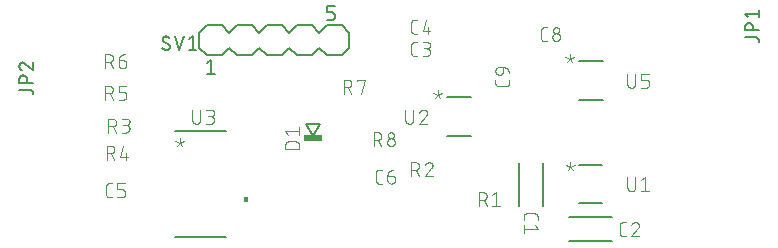
<source format=gbr>
G04 EAGLE Gerber RS-274X export*
G75*
%MOMM*%
%FSLAX34Y34*%
%LPD*%
%INSilkscreen Top*%
%IPPOS*%
%AMOC8*
5,1,8,0,0,1.08239X$1,22.5*%
G01*
%ADD10C,0.152400*%
%ADD11C,0.076200*%
%ADD12C,0.101600*%
%ADD13C,0.127000*%
%ADD14C,0.203200*%
%ADD15R,1.574800X0.609600*%

G36*
X395226Y239270D02*
X395226Y239270D01*
X395228Y239269D01*
X395271Y239289D01*
X395315Y239307D01*
X395315Y239309D01*
X395317Y239310D01*
X395350Y239395D01*
X395350Y243205D01*
X395349Y243207D01*
X395350Y243209D01*
X395330Y243252D01*
X395312Y243296D01*
X395310Y243296D01*
X395309Y243298D01*
X395224Y243331D01*
X392684Y243331D01*
X392682Y243330D01*
X392680Y243331D01*
X392637Y243311D01*
X392593Y243293D01*
X392593Y243291D01*
X392591Y243290D01*
X392558Y243205D01*
X392558Y239395D01*
X392559Y239393D01*
X392558Y239391D01*
X392578Y239348D01*
X392596Y239304D01*
X392598Y239304D01*
X392599Y239302D01*
X392684Y239269D01*
X395224Y239269D01*
X395226Y239270D01*
G37*
D10*
X624840Y272288D02*
X624840Y235712D01*
X645160Y235712D02*
X645160Y272288D01*
D11*
X629031Y226582D02*
X629031Y223929D01*
X629031Y226582D02*
X629033Y226684D01*
X629039Y226785D01*
X629049Y226886D01*
X629062Y226987D01*
X629080Y227087D01*
X629101Y227186D01*
X629126Y227285D01*
X629155Y227382D01*
X629187Y227479D01*
X629223Y227574D01*
X629263Y227667D01*
X629306Y227759D01*
X629353Y227849D01*
X629404Y227938D01*
X629457Y228024D01*
X629514Y228108D01*
X629574Y228190D01*
X629637Y228270D01*
X629703Y228347D01*
X629772Y228422D01*
X629844Y228494D01*
X629919Y228563D01*
X629996Y228629D01*
X630076Y228692D01*
X630158Y228752D01*
X630242Y228809D01*
X630328Y228862D01*
X630417Y228913D01*
X630507Y228960D01*
X630599Y229003D01*
X630692Y229043D01*
X630787Y229079D01*
X630884Y229111D01*
X630981Y229140D01*
X631080Y229165D01*
X631179Y229186D01*
X631279Y229204D01*
X631380Y229217D01*
X631481Y229227D01*
X631582Y229233D01*
X631684Y229235D01*
X638316Y229235D01*
X638418Y229233D01*
X638519Y229227D01*
X638620Y229217D01*
X638721Y229204D01*
X638821Y229186D01*
X638920Y229165D01*
X639019Y229140D01*
X639116Y229111D01*
X639213Y229079D01*
X639308Y229043D01*
X639401Y229003D01*
X639493Y228960D01*
X639583Y228913D01*
X639672Y228862D01*
X639758Y228809D01*
X639842Y228752D01*
X639924Y228692D01*
X640004Y228629D01*
X640081Y228563D01*
X640156Y228494D01*
X640228Y228422D01*
X640297Y228347D01*
X640363Y228270D01*
X640426Y228190D01*
X640486Y228108D01*
X640543Y228024D01*
X640596Y227938D01*
X640647Y227849D01*
X640694Y227759D01*
X640737Y227667D01*
X640777Y227574D01*
X640813Y227479D01*
X640845Y227382D01*
X640874Y227285D01*
X640899Y227187D01*
X640920Y227087D01*
X640938Y226987D01*
X640951Y226886D01*
X640961Y226785D01*
X640967Y226684D01*
X640969Y226582D01*
X640969Y223929D01*
X638316Y219681D02*
X640969Y216365D01*
X629031Y216365D01*
X629031Y219681D02*
X629031Y213049D01*
D10*
X667512Y205740D02*
X704088Y205740D01*
X704088Y226060D02*
X667512Y226060D01*
D11*
X713218Y209931D02*
X715871Y209931D01*
X713218Y209931D02*
X713116Y209933D01*
X713015Y209939D01*
X712914Y209949D01*
X712813Y209962D01*
X712713Y209980D01*
X712614Y210001D01*
X712515Y210026D01*
X712418Y210055D01*
X712321Y210087D01*
X712226Y210123D01*
X712133Y210163D01*
X712041Y210206D01*
X711951Y210253D01*
X711862Y210304D01*
X711776Y210357D01*
X711692Y210414D01*
X711610Y210474D01*
X711530Y210537D01*
X711453Y210603D01*
X711378Y210672D01*
X711306Y210744D01*
X711237Y210819D01*
X711171Y210896D01*
X711108Y210976D01*
X711048Y211058D01*
X710991Y211142D01*
X710938Y211228D01*
X710887Y211317D01*
X710840Y211407D01*
X710797Y211499D01*
X710757Y211592D01*
X710721Y211687D01*
X710689Y211784D01*
X710660Y211881D01*
X710635Y211980D01*
X710614Y212079D01*
X710596Y212179D01*
X710583Y212280D01*
X710573Y212381D01*
X710567Y212482D01*
X710565Y212584D01*
X710565Y219216D01*
X710567Y219318D01*
X710573Y219419D01*
X710583Y219520D01*
X710596Y219621D01*
X710614Y219721D01*
X710635Y219820D01*
X710660Y219919D01*
X710689Y220016D01*
X710721Y220113D01*
X710757Y220208D01*
X710797Y220301D01*
X710840Y220393D01*
X710887Y220483D01*
X710938Y220572D01*
X710991Y220658D01*
X711048Y220742D01*
X711108Y220824D01*
X711171Y220904D01*
X711237Y220981D01*
X711306Y221056D01*
X711378Y221128D01*
X711453Y221197D01*
X711530Y221263D01*
X711610Y221326D01*
X711692Y221386D01*
X711776Y221443D01*
X711862Y221496D01*
X711951Y221547D01*
X712041Y221594D01*
X712133Y221637D01*
X712226Y221677D01*
X712321Y221713D01*
X712418Y221745D01*
X712515Y221774D01*
X712613Y221799D01*
X712713Y221820D01*
X712813Y221838D01*
X712914Y221851D01*
X713015Y221861D01*
X713116Y221867D01*
X713218Y221869D01*
X715871Y221869D01*
X723767Y221870D02*
X723874Y221868D01*
X723980Y221862D01*
X724086Y221853D01*
X724192Y221840D01*
X724297Y221823D01*
X724402Y221802D01*
X724505Y221777D01*
X724608Y221749D01*
X724710Y221717D01*
X724810Y221682D01*
X724909Y221643D01*
X725007Y221600D01*
X725103Y221554D01*
X725198Y221505D01*
X725290Y221452D01*
X725381Y221396D01*
X725469Y221337D01*
X725556Y221275D01*
X725640Y221209D01*
X725722Y221141D01*
X725801Y221070D01*
X725878Y220996D01*
X725952Y220919D01*
X726023Y220840D01*
X726091Y220758D01*
X726157Y220674D01*
X726219Y220587D01*
X726278Y220499D01*
X726334Y220408D01*
X726387Y220316D01*
X726436Y220221D01*
X726482Y220125D01*
X726525Y220027D01*
X726564Y219928D01*
X726599Y219828D01*
X726631Y219726D01*
X726659Y219623D01*
X726684Y219520D01*
X726705Y219415D01*
X726722Y219310D01*
X726735Y219204D01*
X726744Y219098D01*
X726750Y218992D01*
X726752Y218885D01*
X723767Y221869D02*
X723646Y221867D01*
X723526Y221861D01*
X723406Y221852D01*
X723286Y221839D01*
X723167Y221822D01*
X723048Y221801D01*
X722930Y221777D01*
X722813Y221748D01*
X722697Y221717D01*
X722581Y221681D01*
X722467Y221642D01*
X722355Y221599D01*
X722243Y221553D01*
X722133Y221504D01*
X722025Y221450D01*
X721919Y221394D01*
X721814Y221334D01*
X721711Y221271D01*
X721611Y221205D01*
X721512Y221136D01*
X721416Y221063D01*
X721322Y220988D01*
X721230Y220910D01*
X721141Y220828D01*
X721054Y220744D01*
X720971Y220658D01*
X720889Y220569D01*
X720811Y220477D01*
X720736Y220383D01*
X720664Y220286D01*
X720594Y220188D01*
X720528Y220087D01*
X720465Y219984D01*
X720406Y219879D01*
X720349Y219773D01*
X720296Y219664D01*
X720247Y219555D01*
X720201Y219443D01*
X720158Y219330D01*
X720120Y219216D01*
X725757Y216563D02*
X725837Y216643D01*
X725915Y216725D01*
X725989Y216809D01*
X726061Y216897D01*
X726129Y216987D01*
X726195Y217079D01*
X726257Y217173D01*
X726315Y217269D01*
X726370Y217368D01*
X726422Y217468D01*
X726470Y217570D01*
X726515Y217674D01*
X726555Y217779D01*
X726592Y217886D01*
X726626Y217994D01*
X726655Y218103D01*
X726681Y218213D01*
X726702Y218324D01*
X726720Y218435D01*
X726734Y218547D01*
X726744Y218659D01*
X726750Y218772D01*
X726752Y218885D01*
X725756Y216563D02*
X720119Y209931D01*
X726751Y209931D01*
D12*
X539101Y362458D02*
X536504Y362458D01*
X536405Y362460D01*
X536305Y362466D01*
X536206Y362475D01*
X536108Y362488D01*
X536010Y362505D01*
X535912Y362526D01*
X535816Y362551D01*
X535721Y362579D01*
X535627Y362611D01*
X535534Y362646D01*
X535442Y362685D01*
X535352Y362728D01*
X535264Y362773D01*
X535177Y362823D01*
X535093Y362875D01*
X535010Y362931D01*
X534930Y362989D01*
X534852Y363051D01*
X534777Y363116D01*
X534704Y363184D01*
X534634Y363254D01*
X534566Y363327D01*
X534501Y363402D01*
X534439Y363480D01*
X534381Y363560D01*
X534325Y363643D01*
X534273Y363727D01*
X534223Y363814D01*
X534178Y363902D01*
X534135Y363992D01*
X534096Y364084D01*
X534061Y364177D01*
X534029Y364271D01*
X534001Y364366D01*
X533976Y364462D01*
X533955Y364560D01*
X533938Y364658D01*
X533925Y364756D01*
X533916Y364855D01*
X533910Y364955D01*
X533908Y365054D01*
X533908Y371546D01*
X533910Y371645D01*
X533916Y371745D01*
X533925Y371844D01*
X533938Y371942D01*
X533955Y372040D01*
X533976Y372138D01*
X534001Y372234D01*
X534029Y372329D01*
X534061Y372423D01*
X534096Y372516D01*
X534135Y372608D01*
X534178Y372698D01*
X534223Y372786D01*
X534273Y372873D01*
X534325Y372957D01*
X534381Y373040D01*
X534439Y373120D01*
X534501Y373198D01*
X534566Y373273D01*
X534634Y373346D01*
X534704Y373416D01*
X534777Y373484D01*
X534852Y373549D01*
X534930Y373611D01*
X535010Y373669D01*
X535093Y373725D01*
X535177Y373777D01*
X535264Y373827D01*
X535352Y373872D01*
X535442Y373915D01*
X535534Y373954D01*
X535626Y373989D01*
X535721Y374021D01*
X535816Y374049D01*
X535912Y374074D01*
X536010Y374095D01*
X536108Y374112D01*
X536206Y374125D01*
X536305Y374134D01*
X536405Y374140D01*
X536504Y374142D01*
X539101Y374142D01*
X543466Y362458D02*
X546712Y362458D01*
X546825Y362460D01*
X546938Y362466D01*
X547051Y362476D01*
X547164Y362490D01*
X547276Y362507D01*
X547387Y362529D01*
X547497Y362554D01*
X547607Y362584D01*
X547715Y362617D01*
X547822Y362654D01*
X547928Y362694D01*
X548032Y362739D01*
X548135Y362787D01*
X548236Y362838D01*
X548335Y362893D01*
X548432Y362951D01*
X548527Y363013D01*
X548620Y363078D01*
X548710Y363146D01*
X548798Y363217D01*
X548884Y363292D01*
X548967Y363369D01*
X549047Y363449D01*
X549124Y363532D01*
X549199Y363618D01*
X549270Y363706D01*
X549338Y363796D01*
X549403Y363889D01*
X549465Y363984D01*
X549523Y364081D01*
X549578Y364180D01*
X549629Y364281D01*
X549677Y364384D01*
X549722Y364488D01*
X549762Y364594D01*
X549799Y364701D01*
X549832Y364809D01*
X549862Y364919D01*
X549887Y365029D01*
X549909Y365140D01*
X549926Y365252D01*
X549940Y365365D01*
X549950Y365478D01*
X549956Y365591D01*
X549958Y365704D01*
X549956Y365817D01*
X549950Y365930D01*
X549940Y366043D01*
X549926Y366156D01*
X549909Y366268D01*
X549887Y366379D01*
X549862Y366489D01*
X549832Y366599D01*
X549799Y366707D01*
X549762Y366814D01*
X549722Y366920D01*
X549677Y367024D01*
X549629Y367127D01*
X549578Y367228D01*
X549523Y367327D01*
X549465Y367424D01*
X549403Y367519D01*
X549338Y367612D01*
X549270Y367702D01*
X549199Y367790D01*
X549124Y367876D01*
X549047Y367959D01*
X548967Y368039D01*
X548884Y368116D01*
X548798Y368191D01*
X548710Y368262D01*
X548620Y368330D01*
X548527Y368395D01*
X548432Y368457D01*
X548335Y368515D01*
X548236Y368570D01*
X548135Y368621D01*
X548032Y368669D01*
X547928Y368714D01*
X547822Y368754D01*
X547715Y368791D01*
X547607Y368824D01*
X547497Y368854D01*
X547387Y368879D01*
X547276Y368901D01*
X547164Y368918D01*
X547051Y368932D01*
X546938Y368942D01*
X546825Y368948D01*
X546712Y368950D01*
X547361Y374142D02*
X543466Y374142D01*
X547361Y374142D02*
X547462Y374140D01*
X547562Y374134D01*
X547662Y374124D01*
X547762Y374111D01*
X547861Y374093D01*
X547960Y374072D01*
X548057Y374047D01*
X548154Y374018D01*
X548249Y373985D01*
X548343Y373949D01*
X548435Y373909D01*
X548526Y373866D01*
X548615Y373819D01*
X548702Y373769D01*
X548788Y373715D01*
X548871Y373658D01*
X548951Y373598D01*
X549030Y373535D01*
X549106Y373468D01*
X549179Y373399D01*
X549249Y373327D01*
X549317Y373253D01*
X549382Y373176D01*
X549443Y373096D01*
X549502Y373014D01*
X549557Y372930D01*
X549609Y372844D01*
X549658Y372756D01*
X549703Y372666D01*
X549745Y372574D01*
X549783Y372481D01*
X549817Y372386D01*
X549848Y372291D01*
X549875Y372194D01*
X549898Y372096D01*
X549918Y371997D01*
X549933Y371897D01*
X549945Y371797D01*
X549953Y371697D01*
X549957Y371596D01*
X549957Y371496D01*
X549953Y371395D01*
X549945Y371295D01*
X549933Y371195D01*
X549918Y371095D01*
X549898Y370996D01*
X549875Y370898D01*
X549848Y370801D01*
X549817Y370706D01*
X549783Y370611D01*
X549745Y370518D01*
X549703Y370426D01*
X549658Y370336D01*
X549609Y370248D01*
X549557Y370162D01*
X549502Y370078D01*
X549443Y369996D01*
X549382Y369916D01*
X549317Y369839D01*
X549249Y369765D01*
X549179Y369693D01*
X549106Y369624D01*
X549030Y369557D01*
X548951Y369494D01*
X548871Y369434D01*
X548788Y369377D01*
X548702Y369323D01*
X548615Y369273D01*
X548526Y369226D01*
X548435Y369183D01*
X548343Y369143D01*
X548249Y369107D01*
X548154Y369074D01*
X548057Y369045D01*
X547960Y369020D01*
X547861Y368999D01*
X547762Y368981D01*
X547662Y368968D01*
X547562Y368958D01*
X547462Y368952D01*
X547361Y368950D01*
X547361Y368949D02*
X544764Y368949D01*
X539101Y381508D02*
X536504Y381508D01*
X536405Y381510D01*
X536305Y381516D01*
X536206Y381525D01*
X536108Y381538D01*
X536010Y381555D01*
X535912Y381576D01*
X535816Y381601D01*
X535721Y381629D01*
X535627Y381661D01*
X535534Y381696D01*
X535442Y381735D01*
X535352Y381778D01*
X535264Y381823D01*
X535177Y381873D01*
X535093Y381925D01*
X535010Y381981D01*
X534930Y382039D01*
X534852Y382101D01*
X534777Y382166D01*
X534704Y382234D01*
X534634Y382304D01*
X534566Y382377D01*
X534501Y382452D01*
X534439Y382530D01*
X534381Y382610D01*
X534325Y382693D01*
X534273Y382777D01*
X534223Y382864D01*
X534178Y382952D01*
X534135Y383042D01*
X534096Y383134D01*
X534061Y383227D01*
X534029Y383321D01*
X534001Y383416D01*
X533976Y383512D01*
X533955Y383610D01*
X533938Y383708D01*
X533925Y383806D01*
X533916Y383905D01*
X533910Y384005D01*
X533908Y384104D01*
X533908Y390596D01*
X533910Y390695D01*
X533916Y390795D01*
X533925Y390894D01*
X533938Y390992D01*
X533955Y391090D01*
X533976Y391188D01*
X534001Y391284D01*
X534029Y391379D01*
X534061Y391473D01*
X534096Y391566D01*
X534135Y391658D01*
X534178Y391748D01*
X534223Y391836D01*
X534273Y391923D01*
X534325Y392007D01*
X534381Y392090D01*
X534439Y392170D01*
X534501Y392248D01*
X534566Y392323D01*
X534634Y392396D01*
X534704Y392466D01*
X534777Y392534D01*
X534852Y392599D01*
X534930Y392661D01*
X535010Y392719D01*
X535093Y392775D01*
X535177Y392827D01*
X535264Y392877D01*
X535352Y392922D01*
X535442Y392965D01*
X535534Y393004D01*
X535626Y393039D01*
X535721Y393071D01*
X535816Y393099D01*
X535912Y393124D01*
X536010Y393145D01*
X536108Y393162D01*
X536206Y393175D01*
X536305Y393184D01*
X536405Y393190D01*
X536504Y393192D01*
X539101Y393192D01*
X546063Y393192D02*
X543466Y384104D01*
X549957Y384104D01*
X548010Y386701D02*
X548010Y381508D01*
X280736Y243078D02*
X278139Y243078D01*
X278040Y243080D01*
X277940Y243086D01*
X277841Y243095D01*
X277743Y243108D01*
X277645Y243125D01*
X277547Y243146D01*
X277451Y243171D01*
X277356Y243199D01*
X277262Y243231D01*
X277169Y243266D01*
X277077Y243305D01*
X276987Y243348D01*
X276899Y243393D01*
X276812Y243443D01*
X276728Y243495D01*
X276645Y243551D01*
X276565Y243609D01*
X276487Y243671D01*
X276412Y243736D01*
X276339Y243804D01*
X276269Y243874D01*
X276201Y243947D01*
X276136Y244022D01*
X276074Y244100D01*
X276016Y244180D01*
X275960Y244263D01*
X275908Y244347D01*
X275858Y244434D01*
X275813Y244522D01*
X275770Y244612D01*
X275731Y244704D01*
X275696Y244797D01*
X275664Y244891D01*
X275636Y244986D01*
X275611Y245082D01*
X275590Y245180D01*
X275573Y245278D01*
X275560Y245376D01*
X275551Y245475D01*
X275545Y245575D01*
X275543Y245674D01*
X275543Y252166D01*
X275545Y252265D01*
X275551Y252365D01*
X275560Y252464D01*
X275573Y252562D01*
X275590Y252660D01*
X275611Y252758D01*
X275636Y252854D01*
X275664Y252949D01*
X275696Y253043D01*
X275731Y253136D01*
X275770Y253228D01*
X275813Y253318D01*
X275858Y253406D01*
X275908Y253493D01*
X275960Y253577D01*
X276016Y253660D01*
X276074Y253740D01*
X276136Y253818D01*
X276201Y253893D01*
X276269Y253966D01*
X276339Y254036D01*
X276412Y254104D01*
X276487Y254169D01*
X276565Y254231D01*
X276645Y254289D01*
X276728Y254345D01*
X276812Y254397D01*
X276899Y254447D01*
X276987Y254492D01*
X277077Y254535D01*
X277169Y254574D01*
X277261Y254609D01*
X277356Y254641D01*
X277451Y254669D01*
X277547Y254694D01*
X277645Y254715D01*
X277743Y254732D01*
X277841Y254745D01*
X277940Y254754D01*
X278040Y254760D01*
X278139Y254762D01*
X280736Y254762D01*
X285101Y243078D02*
X288996Y243078D01*
X289095Y243080D01*
X289195Y243086D01*
X289294Y243095D01*
X289392Y243108D01*
X289490Y243125D01*
X289588Y243146D01*
X289684Y243171D01*
X289779Y243199D01*
X289873Y243231D01*
X289966Y243266D01*
X290058Y243305D01*
X290148Y243348D01*
X290236Y243393D01*
X290323Y243443D01*
X290407Y243495D01*
X290490Y243551D01*
X290570Y243609D01*
X290648Y243671D01*
X290723Y243736D01*
X290796Y243804D01*
X290866Y243874D01*
X290934Y243947D01*
X290999Y244022D01*
X291061Y244100D01*
X291119Y244180D01*
X291175Y244263D01*
X291227Y244347D01*
X291277Y244434D01*
X291322Y244522D01*
X291365Y244612D01*
X291404Y244704D01*
X291439Y244797D01*
X291471Y244891D01*
X291499Y244986D01*
X291524Y245082D01*
X291545Y245180D01*
X291562Y245278D01*
X291575Y245376D01*
X291584Y245475D01*
X291590Y245575D01*
X291592Y245674D01*
X291592Y246973D01*
X291590Y247072D01*
X291584Y247172D01*
X291575Y247271D01*
X291562Y247369D01*
X291545Y247467D01*
X291524Y247565D01*
X291499Y247661D01*
X291471Y247756D01*
X291439Y247850D01*
X291404Y247943D01*
X291365Y248035D01*
X291322Y248125D01*
X291277Y248213D01*
X291227Y248300D01*
X291175Y248384D01*
X291119Y248467D01*
X291061Y248547D01*
X290999Y248625D01*
X290934Y248700D01*
X290866Y248773D01*
X290796Y248843D01*
X290723Y248911D01*
X290648Y248976D01*
X290570Y249038D01*
X290490Y249096D01*
X290407Y249152D01*
X290323Y249204D01*
X290236Y249254D01*
X290148Y249299D01*
X290058Y249342D01*
X289966Y249381D01*
X289873Y249416D01*
X289779Y249448D01*
X289684Y249476D01*
X289588Y249501D01*
X289490Y249522D01*
X289392Y249539D01*
X289294Y249552D01*
X289195Y249561D01*
X289095Y249567D01*
X288996Y249569D01*
X285101Y249569D01*
X285101Y254762D01*
X291592Y254762D01*
X506739Y254508D02*
X509336Y254508D01*
X506739Y254508D02*
X506640Y254510D01*
X506540Y254516D01*
X506441Y254525D01*
X506343Y254538D01*
X506245Y254555D01*
X506147Y254576D01*
X506051Y254601D01*
X505956Y254629D01*
X505862Y254661D01*
X505769Y254696D01*
X505677Y254735D01*
X505587Y254778D01*
X505499Y254823D01*
X505412Y254873D01*
X505328Y254925D01*
X505245Y254981D01*
X505165Y255039D01*
X505087Y255101D01*
X505012Y255166D01*
X504939Y255234D01*
X504869Y255304D01*
X504801Y255377D01*
X504736Y255452D01*
X504674Y255530D01*
X504616Y255610D01*
X504560Y255693D01*
X504508Y255777D01*
X504458Y255864D01*
X504413Y255952D01*
X504370Y256042D01*
X504331Y256134D01*
X504296Y256227D01*
X504264Y256321D01*
X504236Y256416D01*
X504211Y256512D01*
X504190Y256610D01*
X504173Y256708D01*
X504160Y256806D01*
X504151Y256905D01*
X504145Y257005D01*
X504143Y257104D01*
X504143Y263596D01*
X504145Y263695D01*
X504151Y263795D01*
X504160Y263894D01*
X504173Y263992D01*
X504190Y264090D01*
X504211Y264188D01*
X504236Y264284D01*
X504264Y264379D01*
X504296Y264473D01*
X504331Y264566D01*
X504370Y264658D01*
X504413Y264748D01*
X504458Y264836D01*
X504508Y264923D01*
X504560Y265007D01*
X504616Y265090D01*
X504674Y265170D01*
X504736Y265248D01*
X504801Y265323D01*
X504869Y265396D01*
X504939Y265466D01*
X505012Y265534D01*
X505087Y265599D01*
X505165Y265661D01*
X505245Y265719D01*
X505328Y265775D01*
X505412Y265827D01*
X505499Y265877D01*
X505587Y265922D01*
X505677Y265965D01*
X505769Y266004D01*
X505861Y266039D01*
X505956Y266071D01*
X506051Y266099D01*
X506147Y266124D01*
X506245Y266145D01*
X506343Y266162D01*
X506441Y266175D01*
X506540Y266184D01*
X506640Y266190D01*
X506739Y266192D01*
X509336Y266192D01*
X513701Y260999D02*
X517596Y260999D01*
X517695Y260997D01*
X517795Y260991D01*
X517894Y260982D01*
X517992Y260969D01*
X518090Y260952D01*
X518188Y260931D01*
X518284Y260906D01*
X518379Y260878D01*
X518473Y260846D01*
X518566Y260811D01*
X518658Y260772D01*
X518748Y260729D01*
X518836Y260684D01*
X518923Y260634D01*
X519007Y260582D01*
X519090Y260526D01*
X519170Y260468D01*
X519248Y260406D01*
X519323Y260341D01*
X519396Y260273D01*
X519466Y260203D01*
X519534Y260130D01*
X519599Y260055D01*
X519661Y259977D01*
X519719Y259897D01*
X519775Y259814D01*
X519827Y259730D01*
X519877Y259643D01*
X519922Y259555D01*
X519965Y259465D01*
X520004Y259373D01*
X520039Y259280D01*
X520071Y259186D01*
X520099Y259091D01*
X520124Y258995D01*
X520145Y258897D01*
X520162Y258799D01*
X520175Y258701D01*
X520184Y258602D01*
X520190Y258502D01*
X520192Y258403D01*
X520192Y257754D01*
X520190Y257641D01*
X520184Y257528D01*
X520174Y257415D01*
X520160Y257302D01*
X520143Y257190D01*
X520121Y257079D01*
X520096Y256969D01*
X520066Y256859D01*
X520033Y256751D01*
X519996Y256644D01*
X519956Y256538D01*
X519911Y256434D01*
X519863Y256331D01*
X519812Y256230D01*
X519757Y256131D01*
X519699Y256034D01*
X519637Y255939D01*
X519572Y255846D01*
X519504Y255756D01*
X519433Y255668D01*
X519358Y255582D01*
X519281Y255499D01*
X519201Y255419D01*
X519118Y255342D01*
X519032Y255267D01*
X518944Y255196D01*
X518854Y255128D01*
X518761Y255063D01*
X518666Y255001D01*
X518569Y254943D01*
X518470Y254888D01*
X518369Y254837D01*
X518266Y254789D01*
X518162Y254744D01*
X518056Y254704D01*
X517949Y254667D01*
X517841Y254634D01*
X517731Y254604D01*
X517621Y254579D01*
X517510Y254557D01*
X517398Y254540D01*
X517285Y254526D01*
X517172Y254516D01*
X517059Y254510D01*
X516946Y254508D01*
X516833Y254510D01*
X516720Y254516D01*
X516607Y254526D01*
X516494Y254540D01*
X516382Y254557D01*
X516271Y254579D01*
X516161Y254604D01*
X516051Y254634D01*
X515943Y254667D01*
X515836Y254704D01*
X515730Y254744D01*
X515626Y254789D01*
X515523Y254837D01*
X515422Y254888D01*
X515323Y254943D01*
X515226Y255001D01*
X515131Y255063D01*
X515038Y255128D01*
X514948Y255196D01*
X514860Y255267D01*
X514774Y255342D01*
X514691Y255419D01*
X514611Y255499D01*
X514534Y255582D01*
X514459Y255668D01*
X514388Y255756D01*
X514320Y255846D01*
X514255Y255939D01*
X514193Y256034D01*
X514135Y256131D01*
X514080Y256230D01*
X514029Y256331D01*
X513981Y256434D01*
X513936Y256538D01*
X513896Y256644D01*
X513859Y256751D01*
X513826Y256859D01*
X513796Y256969D01*
X513771Y257079D01*
X513749Y257190D01*
X513732Y257302D01*
X513718Y257415D01*
X513708Y257528D01*
X513702Y257641D01*
X513700Y257754D01*
X513701Y257754D02*
X513701Y260999D01*
X513703Y261142D01*
X513709Y261285D01*
X513719Y261428D01*
X513733Y261570D01*
X513750Y261712D01*
X513772Y261854D01*
X513797Y261995D01*
X513827Y262135D01*
X513860Y262274D01*
X513897Y262412D01*
X513938Y262549D01*
X513982Y262685D01*
X514031Y262820D01*
X514083Y262953D01*
X514138Y263085D01*
X514198Y263215D01*
X514261Y263344D01*
X514327Y263471D01*
X514397Y263595D01*
X514470Y263718D01*
X514547Y263839D01*
X514627Y263958D01*
X514710Y264074D01*
X514796Y264189D01*
X514885Y264300D01*
X514978Y264410D01*
X515073Y264516D01*
X515172Y264620D01*
X515273Y264721D01*
X515377Y264820D01*
X515483Y264915D01*
X515593Y265008D01*
X515704Y265097D01*
X515819Y265183D01*
X515935Y265266D01*
X516054Y265346D01*
X516175Y265423D01*
X516297Y265496D01*
X516422Y265566D01*
X516549Y265632D01*
X516678Y265695D01*
X516808Y265755D01*
X516940Y265810D01*
X517073Y265862D01*
X517208Y265911D01*
X517344Y265955D01*
X517481Y265996D01*
X517619Y266033D01*
X517758Y266066D01*
X517898Y266096D01*
X518039Y266121D01*
X518181Y266143D01*
X518323Y266160D01*
X518465Y266174D01*
X518608Y266184D01*
X518751Y266190D01*
X518894Y266192D01*
X646439Y375158D02*
X649036Y375158D01*
X646439Y375158D02*
X646340Y375160D01*
X646240Y375166D01*
X646141Y375175D01*
X646043Y375188D01*
X645945Y375205D01*
X645847Y375226D01*
X645751Y375251D01*
X645656Y375279D01*
X645562Y375311D01*
X645469Y375346D01*
X645377Y375385D01*
X645287Y375428D01*
X645199Y375473D01*
X645112Y375523D01*
X645028Y375575D01*
X644945Y375631D01*
X644865Y375689D01*
X644787Y375751D01*
X644712Y375816D01*
X644639Y375884D01*
X644569Y375954D01*
X644501Y376027D01*
X644436Y376102D01*
X644374Y376180D01*
X644316Y376260D01*
X644260Y376343D01*
X644208Y376427D01*
X644158Y376514D01*
X644113Y376602D01*
X644070Y376692D01*
X644031Y376784D01*
X643996Y376877D01*
X643964Y376971D01*
X643936Y377066D01*
X643911Y377162D01*
X643890Y377260D01*
X643873Y377358D01*
X643860Y377456D01*
X643851Y377555D01*
X643845Y377655D01*
X643843Y377754D01*
X643843Y384246D01*
X643845Y384345D01*
X643851Y384445D01*
X643860Y384544D01*
X643873Y384642D01*
X643890Y384740D01*
X643911Y384838D01*
X643936Y384934D01*
X643964Y385029D01*
X643996Y385123D01*
X644031Y385216D01*
X644070Y385308D01*
X644113Y385398D01*
X644158Y385486D01*
X644208Y385573D01*
X644260Y385657D01*
X644316Y385740D01*
X644374Y385820D01*
X644436Y385898D01*
X644501Y385973D01*
X644569Y386046D01*
X644639Y386116D01*
X644712Y386184D01*
X644787Y386249D01*
X644865Y386311D01*
X644945Y386369D01*
X645028Y386425D01*
X645112Y386477D01*
X645199Y386527D01*
X645287Y386572D01*
X645377Y386615D01*
X645469Y386654D01*
X645561Y386689D01*
X645656Y386721D01*
X645751Y386749D01*
X645847Y386774D01*
X645945Y386795D01*
X646043Y386812D01*
X646141Y386825D01*
X646240Y386834D01*
X646340Y386840D01*
X646439Y386842D01*
X649036Y386842D01*
X653400Y378404D02*
X653402Y378517D01*
X653408Y378630D01*
X653418Y378743D01*
X653432Y378856D01*
X653449Y378968D01*
X653471Y379079D01*
X653496Y379189D01*
X653526Y379299D01*
X653559Y379407D01*
X653596Y379514D01*
X653636Y379620D01*
X653681Y379724D01*
X653729Y379827D01*
X653780Y379928D01*
X653835Y380027D01*
X653893Y380124D01*
X653955Y380219D01*
X654020Y380312D01*
X654088Y380402D01*
X654159Y380490D01*
X654234Y380576D01*
X654311Y380659D01*
X654391Y380739D01*
X654474Y380816D01*
X654560Y380891D01*
X654648Y380962D01*
X654738Y381030D01*
X654831Y381095D01*
X654926Y381157D01*
X655023Y381215D01*
X655122Y381270D01*
X655223Y381321D01*
X655326Y381369D01*
X655430Y381414D01*
X655536Y381454D01*
X655643Y381491D01*
X655751Y381524D01*
X655861Y381554D01*
X655971Y381579D01*
X656082Y381601D01*
X656194Y381618D01*
X656307Y381632D01*
X656420Y381642D01*
X656533Y381648D01*
X656646Y381650D01*
X656759Y381648D01*
X656872Y381642D01*
X656985Y381632D01*
X657098Y381618D01*
X657210Y381601D01*
X657321Y381579D01*
X657431Y381554D01*
X657541Y381524D01*
X657649Y381491D01*
X657756Y381454D01*
X657862Y381414D01*
X657966Y381369D01*
X658069Y381321D01*
X658170Y381270D01*
X658269Y381215D01*
X658366Y381157D01*
X658461Y381095D01*
X658554Y381030D01*
X658644Y380962D01*
X658732Y380891D01*
X658818Y380816D01*
X658901Y380739D01*
X658981Y380659D01*
X659058Y380576D01*
X659133Y380490D01*
X659204Y380402D01*
X659272Y380312D01*
X659337Y380219D01*
X659399Y380124D01*
X659457Y380027D01*
X659512Y379928D01*
X659563Y379827D01*
X659611Y379724D01*
X659656Y379620D01*
X659696Y379514D01*
X659733Y379407D01*
X659766Y379299D01*
X659796Y379189D01*
X659821Y379079D01*
X659843Y378968D01*
X659860Y378856D01*
X659874Y378743D01*
X659884Y378630D01*
X659890Y378517D01*
X659892Y378404D01*
X659890Y378291D01*
X659884Y378178D01*
X659874Y378065D01*
X659860Y377952D01*
X659843Y377840D01*
X659821Y377729D01*
X659796Y377619D01*
X659766Y377509D01*
X659733Y377401D01*
X659696Y377294D01*
X659656Y377188D01*
X659611Y377084D01*
X659563Y376981D01*
X659512Y376880D01*
X659457Y376781D01*
X659399Y376684D01*
X659337Y376589D01*
X659272Y376496D01*
X659204Y376406D01*
X659133Y376318D01*
X659058Y376232D01*
X658981Y376149D01*
X658901Y376069D01*
X658818Y375992D01*
X658732Y375917D01*
X658644Y375846D01*
X658554Y375778D01*
X658461Y375713D01*
X658366Y375651D01*
X658269Y375593D01*
X658170Y375538D01*
X658069Y375487D01*
X657966Y375439D01*
X657862Y375394D01*
X657756Y375354D01*
X657649Y375317D01*
X657541Y375284D01*
X657431Y375254D01*
X657321Y375229D01*
X657210Y375207D01*
X657098Y375190D01*
X656985Y375176D01*
X656872Y375166D01*
X656759Y375160D01*
X656646Y375158D01*
X656533Y375160D01*
X656420Y375166D01*
X656307Y375176D01*
X656194Y375190D01*
X656082Y375207D01*
X655971Y375229D01*
X655861Y375254D01*
X655751Y375284D01*
X655643Y375317D01*
X655536Y375354D01*
X655430Y375394D01*
X655326Y375439D01*
X655223Y375487D01*
X655122Y375538D01*
X655023Y375593D01*
X654926Y375651D01*
X654831Y375713D01*
X654738Y375778D01*
X654648Y375846D01*
X654560Y375917D01*
X654474Y375992D01*
X654391Y376069D01*
X654311Y376149D01*
X654234Y376232D01*
X654159Y376318D01*
X654088Y376406D01*
X654020Y376496D01*
X653955Y376589D01*
X653893Y376684D01*
X653835Y376781D01*
X653780Y376880D01*
X653729Y376981D01*
X653681Y377084D01*
X653636Y377188D01*
X653596Y377294D01*
X653559Y377401D01*
X653526Y377509D01*
X653496Y377619D01*
X653471Y377729D01*
X653449Y377840D01*
X653432Y377952D01*
X653418Y378065D01*
X653408Y378178D01*
X653402Y378291D01*
X653400Y378404D01*
X654050Y384246D02*
X654052Y384347D01*
X654058Y384447D01*
X654068Y384547D01*
X654081Y384647D01*
X654099Y384746D01*
X654120Y384845D01*
X654145Y384942D01*
X654174Y385039D01*
X654207Y385134D01*
X654243Y385228D01*
X654283Y385320D01*
X654326Y385411D01*
X654373Y385500D01*
X654423Y385587D01*
X654477Y385673D01*
X654534Y385756D01*
X654594Y385836D01*
X654657Y385915D01*
X654724Y385991D01*
X654793Y386064D01*
X654865Y386134D01*
X654939Y386202D01*
X655016Y386267D01*
X655096Y386328D01*
X655178Y386387D01*
X655262Y386442D01*
X655348Y386494D01*
X655436Y386543D01*
X655526Y386588D01*
X655618Y386630D01*
X655711Y386668D01*
X655806Y386702D01*
X655901Y386733D01*
X655998Y386760D01*
X656096Y386783D01*
X656195Y386803D01*
X656295Y386818D01*
X656395Y386830D01*
X656495Y386838D01*
X656596Y386842D01*
X656696Y386842D01*
X656797Y386838D01*
X656897Y386830D01*
X656997Y386818D01*
X657097Y386803D01*
X657196Y386783D01*
X657294Y386760D01*
X657391Y386733D01*
X657486Y386702D01*
X657581Y386668D01*
X657674Y386630D01*
X657766Y386588D01*
X657856Y386543D01*
X657944Y386494D01*
X658030Y386442D01*
X658114Y386387D01*
X658196Y386328D01*
X658276Y386267D01*
X658353Y386202D01*
X658427Y386134D01*
X658499Y386064D01*
X658568Y385991D01*
X658635Y385915D01*
X658698Y385836D01*
X658758Y385756D01*
X658815Y385673D01*
X658869Y385587D01*
X658919Y385500D01*
X658966Y385411D01*
X659009Y385320D01*
X659049Y385228D01*
X659085Y385134D01*
X659118Y385039D01*
X659147Y384942D01*
X659172Y384845D01*
X659193Y384746D01*
X659211Y384647D01*
X659224Y384547D01*
X659234Y384447D01*
X659240Y384347D01*
X659242Y384246D01*
X659240Y384145D01*
X659234Y384045D01*
X659224Y383945D01*
X659211Y383845D01*
X659193Y383746D01*
X659172Y383647D01*
X659147Y383550D01*
X659118Y383453D01*
X659085Y383358D01*
X659049Y383264D01*
X659009Y383172D01*
X658966Y383081D01*
X658919Y382992D01*
X658869Y382905D01*
X658815Y382819D01*
X658758Y382736D01*
X658698Y382656D01*
X658635Y382577D01*
X658568Y382501D01*
X658499Y382428D01*
X658427Y382358D01*
X658353Y382290D01*
X658276Y382225D01*
X658196Y382164D01*
X658114Y382105D01*
X658030Y382050D01*
X657944Y381998D01*
X657856Y381949D01*
X657766Y381904D01*
X657674Y381862D01*
X657581Y381824D01*
X657486Y381790D01*
X657391Y381759D01*
X657294Y381732D01*
X657196Y381709D01*
X657097Y381689D01*
X656997Y381674D01*
X656897Y381662D01*
X656797Y381654D01*
X656696Y381650D01*
X656596Y381650D01*
X656495Y381654D01*
X656395Y381662D01*
X656295Y381674D01*
X656195Y381689D01*
X656096Y381709D01*
X655998Y381732D01*
X655901Y381759D01*
X655806Y381790D01*
X655711Y381824D01*
X655618Y381862D01*
X655526Y381904D01*
X655436Y381949D01*
X655348Y381998D01*
X655262Y382050D01*
X655178Y382105D01*
X655096Y382164D01*
X655016Y382225D01*
X654939Y382290D01*
X654865Y382358D01*
X654793Y382428D01*
X654724Y382501D01*
X654657Y382577D01*
X654594Y382656D01*
X654534Y382736D01*
X654477Y382819D01*
X654423Y382905D01*
X654373Y382992D01*
X654326Y383081D01*
X654283Y383172D01*
X654243Y383264D01*
X654207Y383358D01*
X654174Y383453D01*
X654145Y383550D01*
X654120Y383647D01*
X654099Y383746D01*
X654081Y383845D01*
X654068Y383945D01*
X654058Y384045D01*
X654052Y384145D01*
X654050Y384246D01*
X616712Y342251D02*
X616712Y339654D01*
X616710Y339555D01*
X616704Y339455D01*
X616695Y339356D01*
X616682Y339258D01*
X616665Y339160D01*
X616644Y339062D01*
X616619Y338966D01*
X616591Y338871D01*
X616559Y338777D01*
X616524Y338684D01*
X616485Y338592D01*
X616442Y338502D01*
X616397Y338414D01*
X616347Y338327D01*
X616295Y338243D01*
X616239Y338160D01*
X616181Y338080D01*
X616119Y338002D01*
X616054Y337927D01*
X615986Y337854D01*
X615916Y337784D01*
X615843Y337716D01*
X615768Y337651D01*
X615690Y337589D01*
X615610Y337531D01*
X615527Y337475D01*
X615443Y337423D01*
X615356Y337373D01*
X615268Y337328D01*
X615178Y337285D01*
X615086Y337246D01*
X614993Y337211D01*
X614899Y337179D01*
X614804Y337151D01*
X614708Y337126D01*
X614610Y337105D01*
X614512Y337088D01*
X614414Y337075D01*
X614315Y337066D01*
X614215Y337060D01*
X614116Y337058D01*
X607624Y337058D01*
X607525Y337060D01*
X607425Y337066D01*
X607326Y337075D01*
X607228Y337088D01*
X607130Y337106D01*
X607032Y337126D01*
X606936Y337151D01*
X606840Y337179D01*
X606746Y337211D01*
X606653Y337246D01*
X606562Y337285D01*
X606472Y337328D01*
X606383Y337373D01*
X606297Y337423D01*
X606212Y337475D01*
X606130Y337531D01*
X606050Y337590D01*
X605972Y337651D01*
X605896Y337716D01*
X605823Y337784D01*
X605753Y337854D01*
X605685Y337927D01*
X605620Y338003D01*
X605559Y338081D01*
X605500Y338161D01*
X605444Y338243D01*
X605392Y338328D01*
X605343Y338414D01*
X605297Y338503D01*
X605254Y338593D01*
X605215Y338684D01*
X605180Y338777D01*
X605148Y338871D01*
X605120Y338967D01*
X605095Y339063D01*
X605075Y339161D01*
X605057Y339259D01*
X605044Y339357D01*
X605035Y339456D01*
X605029Y339555D01*
X605027Y339655D01*
X605028Y339654D02*
X605028Y342251D01*
X611519Y349213D02*
X611519Y353107D01*
X611519Y349213D02*
X611517Y349114D01*
X611511Y349014D01*
X611502Y348915D01*
X611489Y348817D01*
X611472Y348719D01*
X611451Y348621D01*
X611426Y348525D01*
X611398Y348430D01*
X611366Y348336D01*
X611331Y348243D01*
X611292Y348151D01*
X611249Y348061D01*
X611204Y347973D01*
X611154Y347886D01*
X611102Y347802D01*
X611046Y347719D01*
X610988Y347639D01*
X610926Y347561D01*
X610861Y347486D01*
X610793Y347413D01*
X610723Y347343D01*
X610650Y347275D01*
X610575Y347210D01*
X610497Y347148D01*
X610417Y347090D01*
X610334Y347034D01*
X610250Y346982D01*
X610163Y346932D01*
X610075Y346887D01*
X609985Y346844D01*
X609893Y346805D01*
X609800Y346770D01*
X609706Y346738D01*
X609611Y346710D01*
X609515Y346685D01*
X609417Y346664D01*
X609319Y346647D01*
X609221Y346634D01*
X609122Y346625D01*
X609022Y346619D01*
X608923Y346617D01*
X608923Y346616D02*
X608274Y346616D01*
X608161Y346618D01*
X608048Y346624D01*
X607935Y346634D01*
X607822Y346648D01*
X607710Y346665D01*
X607599Y346687D01*
X607489Y346712D01*
X607379Y346742D01*
X607271Y346775D01*
X607164Y346812D01*
X607058Y346852D01*
X606954Y346897D01*
X606851Y346945D01*
X606750Y346996D01*
X606651Y347051D01*
X606554Y347109D01*
X606459Y347171D01*
X606366Y347236D01*
X606276Y347304D01*
X606188Y347375D01*
X606102Y347450D01*
X606019Y347527D01*
X605939Y347607D01*
X605862Y347690D01*
X605787Y347776D01*
X605716Y347864D01*
X605648Y347954D01*
X605583Y348047D01*
X605521Y348142D01*
X605463Y348239D01*
X605408Y348338D01*
X605357Y348439D01*
X605309Y348542D01*
X605264Y348646D01*
X605224Y348752D01*
X605187Y348859D01*
X605154Y348967D01*
X605124Y349077D01*
X605099Y349187D01*
X605077Y349298D01*
X605060Y349410D01*
X605046Y349523D01*
X605036Y349636D01*
X605030Y349749D01*
X605028Y349862D01*
X605030Y349975D01*
X605036Y350088D01*
X605046Y350201D01*
X605060Y350314D01*
X605077Y350426D01*
X605099Y350537D01*
X605124Y350647D01*
X605154Y350757D01*
X605187Y350865D01*
X605224Y350972D01*
X605264Y351078D01*
X605309Y351182D01*
X605357Y351285D01*
X605408Y351386D01*
X605463Y351485D01*
X605521Y351582D01*
X605583Y351677D01*
X605648Y351770D01*
X605716Y351860D01*
X605787Y351948D01*
X605862Y352034D01*
X605939Y352117D01*
X606019Y352197D01*
X606102Y352274D01*
X606188Y352349D01*
X606276Y352420D01*
X606366Y352488D01*
X606459Y352553D01*
X606554Y352615D01*
X606651Y352673D01*
X606750Y352728D01*
X606851Y352779D01*
X606954Y352827D01*
X607058Y352872D01*
X607164Y352912D01*
X607271Y352949D01*
X607379Y352982D01*
X607489Y353012D01*
X607599Y353037D01*
X607710Y353059D01*
X607822Y353076D01*
X607935Y353090D01*
X608048Y353100D01*
X608161Y353106D01*
X608274Y353108D01*
X608274Y353107D02*
X611519Y353107D01*
X611662Y353105D01*
X611805Y353099D01*
X611948Y353089D01*
X612090Y353075D01*
X612232Y353058D01*
X612374Y353036D01*
X612515Y353011D01*
X612655Y352981D01*
X612794Y352948D01*
X612932Y352911D01*
X613069Y352870D01*
X613205Y352826D01*
X613340Y352777D01*
X613473Y352725D01*
X613605Y352670D01*
X613735Y352610D01*
X613864Y352547D01*
X613991Y352481D01*
X614116Y352411D01*
X614238Y352338D01*
X614359Y352261D01*
X614478Y352181D01*
X614594Y352098D01*
X614709Y352012D01*
X614820Y351923D01*
X614930Y351830D01*
X615036Y351735D01*
X615140Y351636D01*
X615241Y351535D01*
X615340Y351431D01*
X615435Y351325D01*
X615528Y351215D01*
X615617Y351104D01*
X615703Y350989D01*
X615786Y350873D01*
X615866Y350754D01*
X615943Y350633D01*
X616016Y350511D01*
X616086Y350386D01*
X616152Y350259D01*
X616215Y350130D01*
X616275Y350000D01*
X616330Y349868D01*
X616382Y349735D01*
X616431Y349600D01*
X616475Y349464D01*
X616516Y349327D01*
X616553Y349189D01*
X616586Y349050D01*
X616616Y348910D01*
X616641Y348769D01*
X616663Y348627D01*
X616680Y348485D01*
X616694Y348343D01*
X616704Y348200D01*
X616710Y348057D01*
X616712Y347914D01*
D13*
X816737Y378333D02*
X825627Y378333D01*
X825727Y378331D01*
X825826Y378325D01*
X825926Y378315D01*
X826024Y378302D01*
X826123Y378284D01*
X826220Y378263D01*
X826316Y378238D01*
X826412Y378209D01*
X826506Y378176D01*
X826599Y378140D01*
X826690Y378100D01*
X826780Y378056D01*
X826868Y378009D01*
X826954Y377959D01*
X827038Y377905D01*
X827120Y377848D01*
X827199Y377788D01*
X827277Y377724D01*
X827351Y377658D01*
X827423Y377589D01*
X827492Y377517D01*
X827558Y377443D01*
X827622Y377365D01*
X827682Y377286D01*
X827739Y377204D01*
X827793Y377120D01*
X827843Y377034D01*
X827890Y376946D01*
X827934Y376856D01*
X827974Y376765D01*
X828010Y376672D01*
X828043Y376578D01*
X828072Y376482D01*
X828097Y376386D01*
X828118Y376289D01*
X828136Y376190D01*
X828149Y376092D01*
X828159Y375992D01*
X828165Y375893D01*
X828167Y375793D01*
X828167Y374523D01*
X828167Y384313D02*
X816737Y384313D01*
X816737Y387488D01*
X816739Y387599D01*
X816745Y387709D01*
X816754Y387820D01*
X816768Y387930D01*
X816785Y388039D01*
X816806Y388148D01*
X816831Y388256D01*
X816860Y388363D01*
X816892Y388469D01*
X816928Y388574D01*
X816968Y388677D01*
X817011Y388779D01*
X817058Y388880D01*
X817109Y388979D01*
X817162Y389076D01*
X817219Y389170D01*
X817280Y389263D01*
X817343Y389354D01*
X817410Y389443D01*
X817480Y389529D01*
X817553Y389612D01*
X817628Y389694D01*
X817706Y389772D01*
X817788Y389847D01*
X817871Y389920D01*
X817957Y389990D01*
X818046Y390057D01*
X818137Y390120D01*
X818230Y390181D01*
X818325Y390238D01*
X818421Y390291D01*
X818520Y390342D01*
X818621Y390389D01*
X818723Y390432D01*
X818826Y390472D01*
X818931Y390508D01*
X819037Y390540D01*
X819144Y390569D01*
X819252Y390594D01*
X819361Y390615D01*
X819470Y390632D01*
X819580Y390646D01*
X819691Y390655D01*
X819801Y390661D01*
X819912Y390663D01*
X820023Y390661D01*
X820133Y390655D01*
X820244Y390646D01*
X820354Y390632D01*
X820463Y390615D01*
X820572Y390594D01*
X820680Y390569D01*
X820787Y390540D01*
X820893Y390508D01*
X820998Y390472D01*
X821101Y390432D01*
X821203Y390389D01*
X821304Y390342D01*
X821403Y390291D01*
X821500Y390238D01*
X821594Y390181D01*
X821687Y390120D01*
X821778Y390057D01*
X821867Y389990D01*
X821953Y389920D01*
X822036Y389847D01*
X822118Y389772D01*
X822196Y389694D01*
X822271Y389612D01*
X822344Y389529D01*
X822414Y389443D01*
X822481Y389354D01*
X822544Y389263D01*
X822605Y389170D01*
X822662Y389076D01*
X822715Y388979D01*
X822766Y388880D01*
X822813Y388779D01*
X822856Y388677D01*
X822896Y388574D01*
X822932Y388469D01*
X822964Y388363D01*
X822993Y388256D01*
X823018Y388148D01*
X823039Y388039D01*
X823056Y387930D01*
X823070Y387820D01*
X823079Y387709D01*
X823085Y387599D01*
X823087Y387488D01*
X823087Y384313D01*
X819277Y395172D02*
X816737Y398347D01*
X828167Y398347D01*
X828167Y395172D02*
X828167Y401522D01*
X210947Y333883D02*
X202057Y333883D01*
X210947Y333883D02*
X211047Y333881D01*
X211146Y333875D01*
X211246Y333865D01*
X211344Y333852D01*
X211443Y333834D01*
X211540Y333813D01*
X211636Y333788D01*
X211732Y333759D01*
X211826Y333726D01*
X211919Y333690D01*
X212010Y333650D01*
X212100Y333606D01*
X212188Y333559D01*
X212274Y333509D01*
X212358Y333455D01*
X212440Y333398D01*
X212519Y333338D01*
X212597Y333274D01*
X212671Y333208D01*
X212743Y333139D01*
X212812Y333067D01*
X212878Y332993D01*
X212942Y332915D01*
X213002Y332836D01*
X213059Y332754D01*
X213113Y332670D01*
X213163Y332584D01*
X213210Y332496D01*
X213254Y332406D01*
X213294Y332315D01*
X213330Y332222D01*
X213363Y332128D01*
X213392Y332032D01*
X213417Y331936D01*
X213438Y331839D01*
X213456Y331740D01*
X213469Y331642D01*
X213479Y331542D01*
X213485Y331443D01*
X213487Y331343D01*
X213487Y330073D01*
X213487Y339863D02*
X202057Y339863D01*
X202057Y343038D01*
X202059Y343149D01*
X202065Y343259D01*
X202074Y343370D01*
X202088Y343480D01*
X202105Y343589D01*
X202126Y343698D01*
X202151Y343806D01*
X202180Y343913D01*
X202212Y344019D01*
X202248Y344124D01*
X202288Y344227D01*
X202331Y344329D01*
X202378Y344430D01*
X202429Y344529D01*
X202482Y344626D01*
X202539Y344720D01*
X202600Y344813D01*
X202663Y344904D01*
X202730Y344993D01*
X202800Y345079D01*
X202873Y345162D01*
X202948Y345244D01*
X203026Y345322D01*
X203108Y345397D01*
X203191Y345470D01*
X203277Y345540D01*
X203366Y345607D01*
X203457Y345670D01*
X203550Y345731D01*
X203645Y345788D01*
X203741Y345841D01*
X203840Y345892D01*
X203941Y345939D01*
X204043Y345982D01*
X204146Y346022D01*
X204251Y346058D01*
X204357Y346090D01*
X204464Y346119D01*
X204572Y346144D01*
X204681Y346165D01*
X204790Y346182D01*
X204900Y346196D01*
X205011Y346205D01*
X205121Y346211D01*
X205232Y346213D01*
X205343Y346211D01*
X205453Y346205D01*
X205564Y346196D01*
X205674Y346182D01*
X205783Y346165D01*
X205892Y346144D01*
X206000Y346119D01*
X206107Y346090D01*
X206213Y346058D01*
X206318Y346022D01*
X206421Y345982D01*
X206523Y345939D01*
X206624Y345892D01*
X206723Y345841D01*
X206820Y345788D01*
X206914Y345731D01*
X207007Y345670D01*
X207098Y345607D01*
X207187Y345540D01*
X207273Y345470D01*
X207356Y345397D01*
X207438Y345322D01*
X207516Y345244D01*
X207591Y345162D01*
X207664Y345079D01*
X207734Y344993D01*
X207801Y344904D01*
X207864Y344813D01*
X207925Y344720D01*
X207982Y344626D01*
X208035Y344529D01*
X208086Y344430D01*
X208133Y344329D01*
X208176Y344227D01*
X208216Y344124D01*
X208252Y344019D01*
X208284Y343913D01*
X208313Y343806D01*
X208338Y343698D01*
X208359Y343589D01*
X208376Y343480D01*
X208390Y343370D01*
X208399Y343259D01*
X208405Y343149D01*
X208407Y343038D01*
X208407Y339863D01*
X202057Y354214D02*
X202059Y354318D01*
X202065Y354423D01*
X202074Y354527D01*
X202087Y354630D01*
X202105Y354733D01*
X202125Y354835D01*
X202150Y354937D01*
X202178Y355037D01*
X202210Y355137D01*
X202246Y355235D01*
X202285Y355332D01*
X202327Y355427D01*
X202373Y355521D01*
X202423Y355613D01*
X202475Y355703D01*
X202531Y355791D01*
X202591Y355877D01*
X202653Y355961D01*
X202718Y356042D01*
X202786Y356121D01*
X202858Y356198D01*
X202931Y356271D01*
X203008Y356343D01*
X203087Y356411D01*
X203168Y356476D01*
X203252Y356538D01*
X203338Y356598D01*
X203426Y356654D01*
X203516Y356706D01*
X203608Y356756D01*
X203702Y356802D01*
X203797Y356844D01*
X203894Y356883D01*
X203992Y356919D01*
X204092Y356951D01*
X204192Y356979D01*
X204294Y357004D01*
X204396Y357024D01*
X204499Y357042D01*
X204602Y357055D01*
X204706Y357064D01*
X204811Y357070D01*
X204915Y357072D01*
X202057Y354214D02*
X202059Y354096D01*
X202065Y353977D01*
X202074Y353859D01*
X202087Y353742D01*
X202105Y353625D01*
X202125Y353508D01*
X202150Y353392D01*
X202178Y353277D01*
X202211Y353164D01*
X202246Y353051D01*
X202286Y352939D01*
X202328Y352829D01*
X202375Y352720D01*
X202425Y352612D01*
X202478Y352507D01*
X202535Y352403D01*
X202595Y352301D01*
X202658Y352201D01*
X202725Y352103D01*
X202794Y352007D01*
X202867Y351914D01*
X202943Y351823D01*
X203021Y351734D01*
X203103Y351648D01*
X203187Y351565D01*
X203273Y351484D01*
X203363Y351407D01*
X203454Y351332D01*
X203548Y351260D01*
X203645Y351191D01*
X203743Y351126D01*
X203844Y351063D01*
X203947Y351004D01*
X204051Y350948D01*
X204157Y350896D01*
X204265Y350847D01*
X204374Y350802D01*
X204485Y350760D01*
X204597Y350722D01*
X207137Y356120D02*
X207062Y356196D01*
X206983Y356271D01*
X206902Y356342D01*
X206818Y356411D01*
X206732Y356476D01*
X206644Y356538D01*
X206554Y356598D01*
X206462Y356654D01*
X206367Y356707D01*
X206271Y356756D01*
X206173Y356802D01*
X206074Y356845D01*
X205973Y356884D01*
X205871Y356919D01*
X205768Y356951D01*
X205664Y356979D01*
X205559Y357004D01*
X205452Y357025D01*
X205346Y357042D01*
X205239Y357055D01*
X205131Y357064D01*
X205023Y357070D01*
X204915Y357072D01*
X207137Y356119D02*
X213487Y350722D01*
X213487Y357072D01*
D12*
X591245Y247142D02*
X591245Y235458D01*
X591245Y247142D02*
X594490Y247142D01*
X594603Y247140D01*
X594716Y247134D01*
X594829Y247124D01*
X594942Y247110D01*
X595054Y247093D01*
X595165Y247071D01*
X595275Y247046D01*
X595385Y247016D01*
X595493Y246983D01*
X595600Y246946D01*
X595706Y246906D01*
X595810Y246861D01*
X595913Y246813D01*
X596014Y246762D01*
X596113Y246707D01*
X596210Y246649D01*
X596305Y246587D01*
X596398Y246522D01*
X596488Y246454D01*
X596576Y246383D01*
X596662Y246308D01*
X596745Y246231D01*
X596825Y246151D01*
X596902Y246068D01*
X596977Y245982D01*
X597048Y245894D01*
X597116Y245804D01*
X597181Y245711D01*
X597243Y245616D01*
X597301Y245519D01*
X597356Y245420D01*
X597407Y245319D01*
X597455Y245216D01*
X597500Y245112D01*
X597540Y245006D01*
X597577Y244899D01*
X597610Y244791D01*
X597640Y244681D01*
X597665Y244571D01*
X597687Y244460D01*
X597704Y244348D01*
X597718Y244235D01*
X597728Y244122D01*
X597734Y244009D01*
X597736Y243896D01*
X597734Y243783D01*
X597728Y243670D01*
X597718Y243557D01*
X597704Y243444D01*
X597687Y243332D01*
X597665Y243221D01*
X597640Y243111D01*
X597610Y243001D01*
X597577Y242893D01*
X597540Y242786D01*
X597500Y242680D01*
X597455Y242576D01*
X597407Y242473D01*
X597356Y242372D01*
X597301Y242273D01*
X597243Y242176D01*
X597181Y242081D01*
X597116Y241988D01*
X597048Y241898D01*
X596977Y241810D01*
X596902Y241724D01*
X596825Y241641D01*
X596745Y241561D01*
X596662Y241484D01*
X596576Y241409D01*
X596488Y241338D01*
X596398Y241270D01*
X596305Y241205D01*
X596210Y241143D01*
X596113Y241085D01*
X596014Y241030D01*
X595913Y240979D01*
X595810Y240931D01*
X595706Y240886D01*
X595600Y240846D01*
X595493Y240809D01*
X595385Y240776D01*
X595275Y240746D01*
X595165Y240721D01*
X595054Y240699D01*
X594942Y240682D01*
X594829Y240668D01*
X594716Y240658D01*
X594603Y240652D01*
X594490Y240650D01*
X594490Y240651D02*
X591245Y240651D01*
X595139Y240651D02*
X597736Y235458D01*
X602601Y244546D02*
X605846Y247142D01*
X605846Y235458D01*
X602601Y235458D02*
X609092Y235458D01*
X534095Y260858D02*
X534095Y272542D01*
X537340Y272542D01*
X537453Y272540D01*
X537566Y272534D01*
X537679Y272524D01*
X537792Y272510D01*
X537904Y272493D01*
X538015Y272471D01*
X538125Y272446D01*
X538235Y272416D01*
X538343Y272383D01*
X538450Y272346D01*
X538556Y272306D01*
X538660Y272261D01*
X538763Y272213D01*
X538864Y272162D01*
X538963Y272107D01*
X539060Y272049D01*
X539155Y271987D01*
X539248Y271922D01*
X539338Y271854D01*
X539426Y271783D01*
X539512Y271708D01*
X539595Y271631D01*
X539675Y271551D01*
X539752Y271468D01*
X539827Y271382D01*
X539898Y271294D01*
X539966Y271204D01*
X540031Y271111D01*
X540093Y271016D01*
X540151Y270919D01*
X540206Y270820D01*
X540257Y270719D01*
X540305Y270616D01*
X540350Y270512D01*
X540390Y270406D01*
X540427Y270299D01*
X540460Y270191D01*
X540490Y270081D01*
X540515Y269971D01*
X540537Y269860D01*
X540554Y269748D01*
X540568Y269635D01*
X540578Y269522D01*
X540584Y269409D01*
X540586Y269296D01*
X540584Y269183D01*
X540578Y269070D01*
X540568Y268957D01*
X540554Y268844D01*
X540537Y268732D01*
X540515Y268621D01*
X540490Y268511D01*
X540460Y268401D01*
X540427Y268293D01*
X540390Y268186D01*
X540350Y268080D01*
X540305Y267976D01*
X540257Y267873D01*
X540206Y267772D01*
X540151Y267673D01*
X540093Y267576D01*
X540031Y267481D01*
X539966Y267388D01*
X539898Y267298D01*
X539827Y267210D01*
X539752Y267124D01*
X539675Y267041D01*
X539595Y266961D01*
X539512Y266884D01*
X539426Y266809D01*
X539338Y266738D01*
X539248Y266670D01*
X539155Y266605D01*
X539060Y266543D01*
X538963Y266485D01*
X538864Y266430D01*
X538763Y266379D01*
X538660Y266331D01*
X538556Y266286D01*
X538450Y266246D01*
X538343Y266209D01*
X538235Y266176D01*
X538125Y266146D01*
X538015Y266121D01*
X537904Y266099D01*
X537792Y266082D01*
X537679Y266068D01*
X537566Y266058D01*
X537453Y266052D01*
X537340Y266050D01*
X537340Y266051D02*
X534095Y266051D01*
X537989Y266051D02*
X540586Y260858D01*
X551942Y269621D02*
X551940Y269728D01*
X551934Y269834D01*
X551924Y269940D01*
X551911Y270046D01*
X551893Y270152D01*
X551872Y270256D01*
X551847Y270360D01*
X551818Y270463D01*
X551786Y270564D01*
X551749Y270664D01*
X551709Y270763D01*
X551666Y270861D01*
X551619Y270957D01*
X551568Y271051D01*
X551514Y271143D01*
X551457Y271233D01*
X551397Y271321D01*
X551333Y271406D01*
X551266Y271489D01*
X551196Y271570D01*
X551124Y271648D01*
X551048Y271724D01*
X550970Y271796D01*
X550889Y271866D01*
X550806Y271933D01*
X550721Y271997D01*
X550633Y272057D01*
X550543Y272114D01*
X550451Y272168D01*
X550357Y272219D01*
X550261Y272266D01*
X550163Y272309D01*
X550064Y272349D01*
X549964Y272386D01*
X549863Y272418D01*
X549760Y272447D01*
X549656Y272472D01*
X549552Y272493D01*
X549446Y272511D01*
X549340Y272524D01*
X549234Y272534D01*
X549128Y272540D01*
X549021Y272542D01*
X548900Y272540D01*
X548779Y272534D01*
X548659Y272524D01*
X548538Y272511D01*
X548419Y272493D01*
X548299Y272472D01*
X548181Y272447D01*
X548064Y272418D01*
X547947Y272385D01*
X547832Y272349D01*
X547718Y272308D01*
X547605Y272265D01*
X547493Y272217D01*
X547384Y272166D01*
X547276Y272111D01*
X547169Y272053D01*
X547065Y271992D01*
X546963Y271927D01*
X546863Y271859D01*
X546765Y271788D01*
X546669Y271714D01*
X546576Y271637D01*
X546486Y271556D01*
X546398Y271473D01*
X546313Y271387D01*
X546230Y271298D01*
X546151Y271207D01*
X546074Y271113D01*
X546001Y271017D01*
X545931Y270919D01*
X545864Y270818D01*
X545800Y270715D01*
X545740Y270610D01*
X545683Y270503D01*
X545629Y270395D01*
X545579Y270285D01*
X545533Y270173D01*
X545490Y270060D01*
X545451Y269945D01*
X550969Y267349D02*
X551048Y267426D01*
X551124Y267507D01*
X551197Y267590D01*
X551267Y267675D01*
X551334Y267763D01*
X551398Y267853D01*
X551458Y267945D01*
X551515Y268040D01*
X551569Y268136D01*
X551620Y268234D01*
X551667Y268334D01*
X551711Y268436D01*
X551751Y268539D01*
X551787Y268643D01*
X551819Y268749D01*
X551848Y268855D01*
X551873Y268963D01*
X551895Y269071D01*
X551912Y269181D01*
X551926Y269290D01*
X551935Y269400D01*
X551941Y269511D01*
X551943Y269621D01*
X550968Y267349D02*
X545451Y260858D01*
X551942Y260858D01*
X277555Y297688D02*
X277555Y309372D01*
X280800Y309372D01*
X280913Y309370D01*
X281026Y309364D01*
X281139Y309354D01*
X281252Y309340D01*
X281364Y309323D01*
X281475Y309301D01*
X281585Y309276D01*
X281695Y309246D01*
X281803Y309213D01*
X281910Y309176D01*
X282016Y309136D01*
X282120Y309091D01*
X282223Y309043D01*
X282324Y308992D01*
X282423Y308937D01*
X282520Y308879D01*
X282615Y308817D01*
X282708Y308752D01*
X282798Y308684D01*
X282886Y308613D01*
X282972Y308538D01*
X283055Y308461D01*
X283135Y308381D01*
X283212Y308298D01*
X283287Y308212D01*
X283358Y308124D01*
X283426Y308034D01*
X283491Y307941D01*
X283553Y307846D01*
X283611Y307749D01*
X283666Y307650D01*
X283717Y307549D01*
X283765Y307446D01*
X283810Y307342D01*
X283850Y307236D01*
X283887Y307129D01*
X283920Y307021D01*
X283950Y306911D01*
X283975Y306801D01*
X283997Y306690D01*
X284014Y306578D01*
X284028Y306465D01*
X284038Y306352D01*
X284044Y306239D01*
X284046Y306126D01*
X284044Y306013D01*
X284038Y305900D01*
X284028Y305787D01*
X284014Y305674D01*
X283997Y305562D01*
X283975Y305451D01*
X283950Y305341D01*
X283920Y305231D01*
X283887Y305123D01*
X283850Y305016D01*
X283810Y304910D01*
X283765Y304806D01*
X283717Y304703D01*
X283666Y304602D01*
X283611Y304503D01*
X283553Y304406D01*
X283491Y304311D01*
X283426Y304218D01*
X283358Y304128D01*
X283287Y304040D01*
X283212Y303954D01*
X283135Y303871D01*
X283055Y303791D01*
X282972Y303714D01*
X282886Y303639D01*
X282798Y303568D01*
X282708Y303500D01*
X282615Y303435D01*
X282520Y303373D01*
X282423Y303315D01*
X282324Y303260D01*
X282223Y303209D01*
X282120Y303161D01*
X282016Y303116D01*
X281910Y303076D01*
X281803Y303039D01*
X281695Y303006D01*
X281585Y302976D01*
X281475Y302951D01*
X281364Y302929D01*
X281252Y302912D01*
X281139Y302898D01*
X281026Y302888D01*
X280913Y302882D01*
X280800Y302880D01*
X280800Y302881D02*
X277555Y302881D01*
X281449Y302881D02*
X284046Y297688D01*
X288911Y297688D02*
X292156Y297688D01*
X292269Y297690D01*
X292382Y297696D01*
X292495Y297706D01*
X292608Y297720D01*
X292720Y297737D01*
X292831Y297759D01*
X292941Y297784D01*
X293051Y297814D01*
X293159Y297847D01*
X293266Y297884D01*
X293372Y297924D01*
X293476Y297969D01*
X293579Y298017D01*
X293680Y298068D01*
X293779Y298123D01*
X293876Y298181D01*
X293971Y298243D01*
X294064Y298308D01*
X294154Y298376D01*
X294242Y298447D01*
X294328Y298522D01*
X294411Y298599D01*
X294491Y298679D01*
X294568Y298762D01*
X294643Y298848D01*
X294714Y298936D01*
X294782Y299026D01*
X294847Y299119D01*
X294909Y299214D01*
X294967Y299311D01*
X295022Y299410D01*
X295073Y299511D01*
X295121Y299614D01*
X295166Y299718D01*
X295206Y299824D01*
X295243Y299931D01*
X295276Y300039D01*
X295306Y300149D01*
X295331Y300259D01*
X295353Y300370D01*
X295370Y300482D01*
X295384Y300595D01*
X295394Y300708D01*
X295400Y300821D01*
X295402Y300934D01*
X295400Y301047D01*
X295394Y301160D01*
X295384Y301273D01*
X295370Y301386D01*
X295353Y301498D01*
X295331Y301609D01*
X295306Y301719D01*
X295276Y301829D01*
X295243Y301937D01*
X295206Y302044D01*
X295166Y302150D01*
X295121Y302254D01*
X295073Y302357D01*
X295022Y302458D01*
X294967Y302557D01*
X294909Y302654D01*
X294847Y302749D01*
X294782Y302842D01*
X294714Y302932D01*
X294643Y303020D01*
X294568Y303106D01*
X294491Y303189D01*
X294411Y303269D01*
X294328Y303346D01*
X294242Y303421D01*
X294154Y303492D01*
X294064Y303560D01*
X293971Y303625D01*
X293876Y303687D01*
X293779Y303745D01*
X293680Y303800D01*
X293579Y303851D01*
X293476Y303899D01*
X293372Y303944D01*
X293266Y303984D01*
X293159Y304021D01*
X293051Y304054D01*
X292941Y304084D01*
X292831Y304109D01*
X292720Y304131D01*
X292608Y304148D01*
X292495Y304162D01*
X292382Y304172D01*
X292269Y304178D01*
X292156Y304180D01*
X292806Y309372D02*
X288911Y309372D01*
X292806Y309372D02*
X292907Y309370D01*
X293007Y309364D01*
X293107Y309354D01*
X293207Y309341D01*
X293306Y309323D01*
X293405Y309302D01*
X293502Y309277D01*
X293599Y309248D01*
X293694Y309215D01*
X293788Y309179D01*
X293880Y309139D01*
X293971Y309096D01*
X294060Y309049D01*
X294147Y308999D01*
X294233Y308945D01*
X294316Y308888D01*
X294396Y308828D01*
X294475Y308765D01*
X294551Y308698D01*
X294624Y308629D01*
X294694Y308557D01*
X294762Y308483D01*
X294827Y308406D01*
X294888Y308326D01*
X294947Y308244D01*
X295002Y308160D01*
X295054Y308074D01*
X295103Y307986D01*
X295148Y307896D01*
X295190Y307804D01*
X295228Y307711D01*
X295262Y307616D01*
X295293Y307521D01*
X295320Y307424D01*
X295343Y307326D01*
X295363Y307227D01*
X295378Y307127D01*
X295390Y307027D01*
X295398Y306927D01*
X295402Y306826D01*
X295402Y306726D01*
X295398Y306625D01*
X295390Y306525D01*
X295378Y306425D01*
X295363Y306325D01*
X295343Y306226D01*
X295320Y306128D01*
X295293Y306031D01*
X295262Y305936D01*
X295228Y305841D01*
X295190Y305748D01*
X295148Y305656D01*
X295103Y305566D01*
X295054Y305478D01*
X295002Y305392D01*
X294947Y305308D01*
X294888Y305226D01*
X294827Y305146D01*
X294762Y305069D01*
X294694Y304995D01*
X294624Y304923D01*
X294551Y304854D01*
X294475Y304787D01*
X294396Y304724D01*
X294316Y304664D01*
X294233Y304607D01*
X294147Y304553D01*
X294060Y304503D01*
X293971Y304456D01*
X293880Y304413D01*
X293788Y304373D01*
X293694Y304337D01*
X293599Y304304D01*
X293502Y304275D01*
X293405Y304250D01*
X293306Y304229D01*
X293207Y304211D01*
X293107Y304198D01*
X293007Y304188D01*
X292907Y304182D01*
X292806Y304180D01*
X292806Y304179D02*
X290209Y304179D01*
X276098Y286512D02*
X276098Y274828D01*
X276098Y286512D02*
X279344Y286512D01*
X279457Y286510D01*
X279570Y286504D01*
X279683Y286494D01*
X279796Y286480D01*
X279908Y286463D01*
X280019Y286441D01*
X280129Y286416D01*
X280239Y286386D01*
X280347Y286353D01*
X280454Y286316D01*
X280560Y286276D01*
X280664Y286231D01*
X280767Y286183D01*
X280868Y286132D01*
X280967Y286077D01*
X281064Y286019D01*
X281159Y285957D01*
X281252Y285892D01*
X281342Y285824D01*
X281430Y285753D01*
X281516Y285678D01*
X281599Y285601D01*
X281679Y285521D01*
X281756Y285438D01*
X281831Y285352D01*
X281902Y285264D01*
X281970Y285174D01*
X282035Y285081D01*
X282097Y284986D01*
X282155Y284889D01*
X282210Y284790D01*
X282261Y284689D01*
X282309Y284586D01*
X282354Y284482D01*
X282394Y284376D01*
X282431Y284269D01*
X282464Y284161D01*
X282494Y284051D01*
X282519Y283941D01*
X282541Y283830D01*
X282558Y283718D01*
X282572Y283605D01*
X282582Y283492D01*
X282588Y283379D01*
X282590Y283266D01*
X282588Y283153D01*
X282582Y283040D01*
X282572Y282927D01*
X282558Y282814D01*
X282541Y282702D01*
X282519Y282591D01*
X282494Y282481D01*
X282464Y282371D01*
X282431Y282263D01*
X282394Y282156D01*
X282354Y282050D01*
X282309Y281946D01*
X282261Y281843D01*
X282210Y281742D01*
X282155Y281643D01*
X282097Y281546D01*
X282035Y281451D01*
X281970Y281358D01*
X281902Y281268D01*
X281831Y281180D01*
X281756Y281094D01*
X281679Y281011D01*
X281599Y280931D01*
X281516Y280854D01*
X281430Y280779D01*
X281342Y280708D01*
X281252Y280640D01*
X281159Y280575D01*
X281064Y280513D01*
X280967Y280455D01*
X280868Y280400D01*
X280767Y280349D01*
X280664Y280301D01*
X280560Y280256D01*
X280454Y280216D01*
X280347Y280179D01*
X280239Y280146D01*
X280129Y280116D01*
X280019Y280091D01*
X279908Y280069D01*
X279796Y280052D01*
X279683Y280038D01*
X279570Y280028D01*
X279457Y280022D01*
X279344Y280020D01*
X279344Y280021D02*
X276098Y280021D01*
X279993Y280021D02*
X282589Y274828D01*
X287454Y277424D02*
X290051Y286512D01*
X287454Y277424D02*
X293945Y277424D01*
X291998Y280021D02*
X291998Y274828D01*
X274828Y325628D02*
X274828Y337312D01*
X278074Y337312D01*
X278187Y337310D01*
X278300Y337304D01*
X278413Y337294D01*
X278526Y337280D01*
X278638Y337263D01*
X278749Y337241D01*
X278859Y337216D01*
X278969Y337186D01*
X279077Y337153D01*
X279184Y337116D01*
X279290Y337076D01*
X279394Y337031D01*
X279497Y336983D01*
X279598Y336932D01*
X279697Y336877D01*
X279794Y336819D01*
X279889Y336757D01*
X279982Y336692D01*
X280072Y336624D01*
X280160Y336553D01*
X280246Y336478D01*
X280329Y336401D01*
X280409Y336321D01*
X280486Y336238D01*
X280561Y336152D01*
X280632Y336064D01*
X280700Y335974D01*
X280765Y335881D01*
X280827Y335786D01*
X280885Y335689D01*
X280940Y335590D01*
X280991Y335489D01*
X281039Y335386D01*
X281084Y335282D01*
X281124Y335176D01*
X281161Y335069D01*
X281194Y334961D01*
X281224Y334851D01*
X281249Y334741D01*
X281271Y334630D01*
X281288Y334518D01*
X281302Y334405D01*
X281312Y334292D01*
X281318Y334179D01*
X281320Y334066D01*
X281318Y333953D01*
X281312Y333840D01*
X281302Y333727D01*
X281288Y333614D01*
X281271Y333502D01*
X281249Y333391D01*
X281224Y333281D01*
X281194Y333171D01*
X281161Y333063D01*
X281124Y332956D01*
X281084Y332850D01*
X281039Y332746D01*
X280991Y332643D01*
X280940Y332542D01*
X280885Y332443D01*
X280827Y332346D01*
X280765Y332251D01*
X280700Y332158D01*
X280632Y332068D01*
X280561Y331980D01*
X280486Y331894D01*
X280409Y331811D01*
X280329Y331731D01*
X280246Y331654D01*
X280160Y331579D01*
X280072Y331508D01*
X279982Y331440D01*
X279889Y331375D01*
X279794Y331313D01*
X279697Y331255D01*
X279598Y331200D01*
X279497Y331149D01*
X279394Y331101D01*
X279290Y331056D01*
X279184Y331016D01*
X279077Y330979D01*
X278969Y330946D01*
X278859Y330916D01*
X278749Y330891D01*
X278638Y330869D01*
X278526Y330852D01*
X278413Y330838D01*
X278300Y330828D01*
X278187Y330822D01*
X278074Y330820D01*
X278074Y330821D02*
X274828Y330821D01*
X278723Y330821D02*
X281319Y325628D01*
X286184Y325628D02*
X290079Y325628D01*
X290178Y325630D01*
X290278Y325636D01*
X290377Y325645D01*
X290475Y325658D01*
X290573Y325675D01*
X290671Y325696D01*
X290767Y325721D01*
X290862Y325749D01*
X290956Y325781D01*
X291049Y325816D01*
X291141Y325855D01*
X291231Y325898D01*
X291319Y325943D01*
X291406Y325993D01*
X291490Y326045D01*
X291573Y326101D01*
X291653Y326159D01*
X291731Y326221D01*
X291806Y326286D01*
X291879Y326354D01*
X291949Y326424D01*
X292017Y326497D01*
X292082Y326572D01*
X292144Y326650D01*
X292202Y326730D01*
X292258Y326813D01*
X292310Y326897D01*
X292360Y326984D01*
X292405Y327072D01*
X292448Y327162D01*
X292487Y327254D01*
X292522Y327347D01*
X292554Y327441D01*
X292582Y327536D01*
X292607Y327632D01*
X292628Y327730D01*
X292645Y327828D01*
X292658Y327926D01*
X292667Y328025D01*
X292673Y328125D01*
X292675Y328224D01*
X292675Y329523D01*
X292673Y329622D01*
X292667Y329722D01*
X292658Y329821D01*
X292645Y329919D01*
X292628Y330017D01*
X292607Y330115D01*
X292582Y330211D01*
X292554Y330306D01*
X292522Y330400D01*
X292487Y330493D01*
X292448Y330585D01*
X292405Y330675D01*
X292360Y330763D01*
X292310Y330850D01*
X292258Y330934D01*
X292202Y331017D01*
X292144Y331097D01*
X292082Y331175D01*
X292017Y331250D01*
X291949Y331323D01*
X291879Y331393D01*
X291806Y331461D01*
X291731Y331526D01*
X291653Y331588D01*
X291573Y331646D01*
X291490Y331702D01*
X291406Y331754D01*
X291319Y331804D01*
X291231Y331849D01*
X291141Y331892D01*
X291049Y331931D01*
X290956Y331966D01*
X290862Y331998D01*
X290767Y332026D01*
X290671Y332051D01*
X290573Y332072D01*
X290475Y332089D01*
X290377Y332102D01*
X290278Y332111D01*
X290178Y332117D01*
X290079Y332119D01*
X286184Y332119D01*
X286184Y337312D01*
X292675Y337312D01*
X274828Y352298D02*
X274828Y363982D01*
X278074Y363982D01*
X278187Y363980D01*
X278300Y363974D01*
X278413Y363964D01*
X278526Y363950D01*
X278638Y363933D01*
X278749Y363911D01*
X278859Y363886D01*
X278969Y363856D01*
X279077Y363823D01*
X279184Y363786D01*
X279290Y363746D01*
X279394Y363701D01*
X279497Y363653D01*
X279598Y363602D01*
X279697Y363547D01*
X279794Y363489D01*
X279889Y363427D01*
X279982Y363362D01*
X280072Y363294D01*
X280160Y363223D01*
X280246Y363148D01*
X280329Y363071D01*
X280409Y362991D01*
X280486Y362908D01*
X280561Y362822D01*
X280632Y362734D01*
X280700Y362644D01*
X280765Y362551D01*
X280827Y362456D01*
X280885Y362359D01*
X280940Y362260D01*
X280991Y362159D01*
X281039Y362056D01*
X281084Y361952D01*
X281124Y361846D01*
X281161Y361739D01*
X281194Y361631D01*
X281224Y361521D01*
X281249Y361411D01*
X281271Y361300D01*
X281288Y361188D01*
X281302Y361075D01*
X281312Y360962D01*
X281318Y360849D01*
X281320Y360736D01*
X281318Y360623D01*
X281312Y360510D01*
X281302Y360397D01*
X281288Y360284D01*
X281271Y360172D01*
X281249Y360061D01*
X281224Y359951D01*
X281194Y359841D01*
X281161Y359733D01*
X281124Y359626D01*
X281084Y359520D01*
X281039Y359416D01*
X280991Y359313D01*
X280940Y359212D01*
X280885Y359113D01*
X280827Y359016D01*
X280765Y358921D01*
X280700Y358828D01*
X280632Y358738D01*
X280561Y358650D01*
X280486Y358564D01*
X280409Y358481D01*
X280329Y358401D01*
X280246Y358324D01*
X280160Y358249D01*
X280072Y358178D01*
X279982Y358110D01*
X279889Y358045D01*
X279794Y357983D01*
X279697Y357925D01*
X279598Y357870D01*
X279497Y357819D01*
X279394Y357771D01*
X279290Y357726D01*
X279184Y357686D01*
X279077Y357649D01*
X278969Y357616D01*
X278859Y357586D01*
X278749Y357561D01*
X278638Y357539D01*
X278526Y357522D01*
X278413Y357508D01*
X278300Y357498D01*
X278187Y357492D01*
X278074Y357490D01*
X278074Y357491D02*
X274828Y357491D01*
X278723Y357491D02*
X281319Y352298D01*
X286184Y358789D02*
X290079Y358789D01*
X290178Y358787D01*
X290278Y358781D01*
X290377Y358772D01*
X290475Y358759D01*
X290573Y358742D01*
X290671Y358721D01*
X290767Y358696D01*
X290862Y358668D01*
X290956Y358636D01*
X291049Y358601D01*
X291141Y358562D01*
X291231Y358519D01*
X291319Y358474D01*
X291406Y358424D01*
X291490Y358372D01*
X291573Y358316D01*
X291653Y358258D01*
X291731Y358196D01*
X291806Y358131D01*
X291879Y358063D01*
X291949Y357993D01*
X292017Y357920D01*
X292082Y357845D01*
X292144Y357767D01*
X292202Y357687D01*
X292258Y357604D01*
X292310Y357520D01*
X292360Y357433D01*
X292405Y357345D01*
X292448Y357255D01*
X292487Y357163D01*
X292522Y357070D01*
X292554Y356976D01*
X292582Y356881D01*
X292607Y356785D01*
X292628Y356687D01*
X292645Y356589D01*
X292658Y356491D01*
X292667Y356392D01*
X292673Y356292D01*
X292675Y356193D01*
X292675Y355544D01*
X292676Y355544D02*
X292674Y355431D01*
X292668Y355318D01*
X292658Y355205D01*
X292644Y355092D01*
X292627Y354980D01*
X292605Y354869D01*
X292580Y354759D01*
X292550Y354649D01*
X292517Y354541D01*
X292480Y354434D01*
X292440Y354328D01*
X292395Y354224D01*
X292347Y354121D01*
X292296Y354020D01*
X292241Y353921D01*
X292183Y353824D01*
X292121Y353729D01*
X292056Y353636D01*
X291988Y353546D01*
X291917Y353458D01*
X291842Y353372D01*
X291765Y353289D01*
X291685Y353209D01*
X291602Y353132D01*
X291516Y353057D01*
X291428Y352986D01*
X291338Y352918D01*
X291245Y352853D01*
X291150Y352791D01*
X291053Y352733D01*
X290954Y352678D01*
X290853Y352627D01*
X290750Y352579D01*
X290646Y352534D01*
X290540Y352494D01*
X290433Y352457D01*
X290325Y352424D01*
X290215Y352394D01*
X290105Y352369D01*
X289994Y352347D01*
X289882Y352330D01*
X289769Y352316D01*
X289656Y352306D01*
X289543Y352300D01*
X289430Y352298D01*
X289317Y352300D01*
X289204Y352306D01*
X289091Y352316D01*
X288978Y352330D01*
X288866Y352347D01*
X288755Y352369D01*
X288645Y352394D01*
X288535Y352424D01*
X288427Y352457D01*
X288320Y352494D01*
X288214Y352534D01*
X288110Y352579D01*
X288007Y352627D01*
X287906Y352678D01*
X287807Y352733D01*
X287710Y352791D01*
X287615Y352853D01*
X287522Y352918D01*
X287432Y352986D01*
X287344Y353057D01*
X287258Y353132D01*
X287175Y353209D01*
X287095Y353289D01*
X287018Y353372D01*
X286943Y353458D01*
X286872Y353546D01*
X286804Y353636D01*
X286739Y353729D01*
X286677Y353824D01*
X286619Y353921D01*
X286564Y354020D01*
X286513Y354121D01*
X286465Y354224D01*
X286420Y354328D01*
X286380Y354434D01*
X286343Y354541D01*
X286310Y354649D01*
X286280Y354759D01*
X286255Y354869D01*
X286233Y354980D01*
X286216Y355092D01*
X286202Y355205D01*
X286192Y355318D01*
X286186Y355431D01*
X286184Y355544D01*
X286184Y358789D01*
X286186Y358932D01*
X286192Y359075D01*
X286202Y359218D01*
X286216Y359360D01*
X286233Y359502D01*
X286255Y359644D01*
X286280Y359785D01*
X286310Y359925D01*
X286343Y360064D01*
X286380Y360202D01*
X286421Y360339D01*
X286465Y360475D01*
X286514Y360610D01*
X286566Y360743D01*
X286621Y360875D01*
X286681Y361005D01*
X286744Y361134D01*
X286810Y361261D01*
X286880Y361385D01*
X286953Y361508D01*
X287030Y361629D01*
X287110Y361748D01*
X287193Y361864D01*
X287279Y361979D01*
X287368Y362090D01*
X287461Y362200D01*
X287556Y362306D01*
X287655Y362410D01*
X287756Y362511D01*
X287860Y362610D01*
X287966Y362705D01*
X288076Y362798D01*
X288187Y362887D01*
X288302Y362973D01*
X288418Y363056D01*
X288537Y363136D01*
X288658Y363213D01*
X288780Y363286D01*
X288905Y363356D01*
X289032Y363422D01*
X289161Y363485D01*
X289291Y363545D01*
X289423Y363600D01*
X289556Y363652D01*
X289691Y363701D01*
X289827Y363745D01*
X289964Y363786D01*
X290102Y363823D01*
X290241Y363856D01*
X290381Y363886D01*
X290522Y363911D01*
X290664Y363933D01*
X290806Y363950D01*
X290948Y363964D01*
X291091Y363974D01*
X291234Y363980D01*
X291377Y363982D01*
X476758Y342392D02*
X476758Y330708D01*
X476758Y342392D02*
X480004Y342392D01*
X480117Y342390D01*
X480230Y342384D01*
X480343Y342374D01*
X480456Y342360D01*
X480568Y342343D01*
X480679Y342321D01*
X480789Y342296D01*
X480899Y342266D01*
X481007Y342233D01*
X481114Y342196D01*
X481220Y342156D01*
X481324Y342111D01*
X481427Y342063D01*
X481528Y342012D01*
X481627Y341957D01*
X481724Y341899D01*
X481819Y341837D01*
X481912Y341772D01*
X482002Y341704D01*
X482090Y341633D01*
X482176Y341558D01*
X482259Y341481D01*
X482339Y341401D01*
X482416Y341318D01*
X482491Y341232D01*
X482562Y341144D01*
X482630Y341054D01*
X482695Y340961D01*
X482757Y340866D01*
X482815Y340769D01*
X482870Y340670D01*
X482921Y340569D01*
X482969Y340466D01*
X483014Y340362D01*
X483054Y340256D01*
X483091Y340149D01*
X483124Y340041D01*
X483154Y339931D01*
X483179Y339821D01*
X483201Y339710D01*
X483218Y339598D01*
X483232Y339485D01*
X483242Y339372D01*
X483248Y339259D01*
X483250Y339146D01*
X483248Y339033D01*
X483242Y338920D01*
X483232Y338807D01*
X483218Y338694D01*
X483201Y338582D01*
X483179Y338471D01*
X483154Y338361D01*
X483124Y338251D01*
X483091Y338143D01*
X483054Y338036D01*
X483014Y337930D01*
X482969Y337826D01*
X482921Y337723D01*
X482870Y337622D01*
X482815Y337523D01*
X482757Y337426D01*
X482695Y337331D01*
X482630Y337238D01*
X482562Y337148D01*
X482491Y337060D01*
X482416Y336974D01*
X482339Y336891D01*
X482259Y336811D01*
X482176Y336734D01*
X482090Y336659D01*
X482002Y336588D01*
X481912Y336520D01*
X481819Y336455D01*
X481724Y336393D01*
X481627Y336335D01*
X481528Y336280D01*
X481427Y336229D01*
X481324Y336181D01*
X481220Y336136D01*
X481114Y336096D01*
X481007Y336059D01*
X480899Y336026D01*
X480789Y335996D01*
X480679Y335971D01*
X480568Y335949D01*
X480456Y335932D01*
X480343Y335918D01*
X480230Y335908D01*
X480117Y335902D01*
X480004Y335900D01*
X480004Y335901D02*
X476758Y335901D01*
X480653Y335901D02*
X483249Y330708D01*
X488114Y341094D02*
X488114Y342392D01*
X494605Y342392D01*
X491360Y330708D01*
X502158Y297942D02*
X502158Y286258D01*
X502158Y297942D02*
X505404Y297942D01*
X505517Y297940D01*
X505630Y297934D01*
X505743Y297924D01*
X505856Y297910D01*
X505968Y297893D01*
X506079Y297871D01*
X506189Y297846D01*
X506299Y297816D01*
X506407Y297783D01*
X506514Y297746D01*
X506620Y297706D01*
X506724Y297661D01*
X506827Y297613D01*
X506928Y297562D01*
X507027Y297507D01*
X507124Y297449D01*
X507219Y297387D01*
X507312Y297322D01*
X507402Y297254D01*
X507490Y297183D01*
X507576Y297108D01*
X507659Y297031D01*
X507739Y296951D01*
X507816Y296868D01*
X507891Y296782D01*
X507962Y296694D01*
X508030Y296604D01*
X508095Y296511D01*
X508157Y296416D01*
X508215Y296319D01*
X508270Y296220D01*
X508321Y296119D01*
X508369Y296016D01*
X508414Y295912D01*
X508454Y295806D01*
X508491Y295699D01*
X508524Y295591D01*
X508554Y295481D01*
X508579Y295371D01*
X508601Y295260D01*
X508618Y295148D01*
X508632Y295035D01*
X508642Y294922D01*
X508648Y294809D01*
X508650Y294696D01*
X508648Y294583D01*
X508642Y294470D01*
X508632Y294357D01*
X508618Y294244D01*
X508601Y294132D01*
X508579Y294021D01*
X508554Y293911D01*
X508524Y293801D01*
X508491Y293693D01*
X508454Y293586D01*
X508414Y293480D01*
X508369Y293376D01*
X508321Y293273D01*
X508270Y293172D01*
X508215Y293073D01*
X508157Y292976D01*
X508095Y292881D01*
X508030Y292788D01*
X507962Y292698D01*
X507891Y292610D01*
X507816Y292524D01*
X507739Y292441D01*
X507659Y292361D01*
X507576Y292284D01*
X507490Y292209D01*
X507402Y292138D01*
X507312Y292070D01*
X507219Y292005D01*
X507124Y291943D01*
X507027Y291885D01*
X506928Y291830D01*
X506827Y291779D01*
X506724Y291731D01*
X506620Y291686D01*
X506514Y291646D01*
X506407Y291609D01*
X506299Y291576D01*
X506189Y291546D01*
X506079Y291521D01*
X505968Y291499D01*
X505856Y291482D01*
X505743Y291468D01*
X505630Y291458D01*
X505517Y291452D01*
X505404Y291450D01*
X505404Y291451D02*
X502158Y291451D01*
X506053Y291451D02*
X508649Y286258D01*
X513514Y289504D02*
X513516Y289617D01*
X513522Y289730D01*
X513532Y289843D01*
X513546Y289956D01*
X513563Y290068D01*
X513585Y290179D01*
X513610Y290289D01*
X513640Y290399D01*
X513673Y290507D01*
X513710Y290614D01*
X513750Y290720D01*
X513795Y290824D01*
X513843Y290927D01*
X513894Y291028D01*
X513949Y291127D01*
X514007Y291224D01*
X514069Y291319D01*
X514134Y291412D01*
X514202Y291502D01*
X514273Y291590D01*
X514348Y291676D01*
X514425Y291759D01*
X514505Y291839D01*
X514588Y291916D01*
X514674Y291991D01*
X514762Y292062D01*
X514852Y292130D01*
X514945Y292195D01*
X515040Y292257D01*
X515137Y292315D01*
X515236Y292370D01*
X515337Y292421D01*
X515440Y292469D01*
X515544Y292514D01*
X515650Y292554D01*
X515757Y292591D01*
X515865Y292624D01*
X515975Y292654D01*
X516085Y292679D01*
X516196Y292701D01*
X516308Y292718D01*
X516421Y292732D01*
X516534Y292742D01*
X516647Y292748D01*
X516760Y292750D01*
X516873Y292748D01*
X516986Y292742D01*
X517099Y292732D01*
X517212Y292718D01*
X517324Y292701D01*
X517435Y292679D01*
X517545Y292654D01*
X517655Y292624D01*
X517763Y292591D01*
X517870Y292554D01*
X517976Y292514D01*
X518080Y292469D01*
X518183Y292421D01*
X518284Y292370D01*
X518383Y292315D01*
X518480Y292257D01*
X518575Y292195D01*
X518668Y292130D01*
X518758Y292062D01*
X518846Y291991D01*
X518932Y291916D01*
X519015Y291839D01*
X519095Y291759D01*
X519172Y291676D01*
X519247Y291590D01*
X519318Y291502D01*
X519386Y291412D01*
X519451Y291319D01*
X519513Y291224D01*
X519571Y291127D01*
X519626Y291028D01*
X519677Y290927D01*
X519725Y290824D01*
X519770Y290720D01*
X519810Y290614D01*
X519847Y290507D01*
X519880Y290399D01*
X519910Y290289D01*
X519935Y290179D01*
X519957Y290068D01*
X519974Y289956D01*
X519988Y289843D01*
X519998Y289730D01*
X520004Y289617D01*
X520006Y289504D01*
X520004Y289391D01*
X519998Y289278D01*
X519988Y289165D01*
X519974Y289052D01*
X519957Y288940D01*
X519935Y288829D01*
X519910Y288719D01*
X519880Y288609D01*
X519847Y288501D01*
X519810Y288394D01*
X519770Y288288D01*
X519725Y288184D01*
X519677Y288081D01*
X519626Y287980D01*
X519571Y287881D01*
X519513Y287784D01*
X519451Y287689D01*
X519386Y287596D01*
X519318Y287506D01*
X519247Y287418D01*
X519172Y287332D01*
X519095Y287249D01*
X519015Y287169D01*
X518932Y287092D01*
X518846Y287017D01*
X518758Y286946D01*
X518668Y286878D01*
X518575Y286813D01*
X518480Y286751D01*
X518383Y286693D01*
X518284Y286638D01*
X518183Y286587D01*
X518080Y286539D01*
X517976Y286494D01*
X517870Y286454D01*
X517763Y286417D01*
X517655Y286384D01*
X517545Y286354D01*
X517435Y286329D01*
X517324Y286307D01*
X517212Y286290D01*
X517099Y286276D01*
X516986Y286266D01*
X516873Y286260D01*
X516760Y286258D01*
X516647Y286260D01*
X516534Y286266D01*
X516421Y286276D01*
X516308Y286290D01*
X516196Y286307D01*
X516085Y286329D01*
X515975Y286354D01*
X515865Y286384D01*
X515757Y286417D01*
X515650Y286454D01*
X515544Y286494D01*
X515440Y286539D01*
X515337Y286587D01*
X515236Y286638D01*
X515137Y286693D01*
X515040Y286751D01*
X514945Y286813D01*
X514852Y286878D01*
X514762Y286946D01*
X514674Y287017D01*
X514588Y287092D01*
X514505Y287169D01*
X514425Y287249D01*
X514348Y287332D01*
X514273Y287418D01*
X514202Y287506D01*
X514134Y287596D01*
X514069Y287689D01*
X514007Y287784D01*
X513949Y287881D01*
X513894Y287980D01*
X513843Y288081D01*
X513795Y288184D01*
X513750Y288288D01*
X513710Y288394D01*
X513673Y288501D01*
X513640Y288609D01*
X513610Y288719D01*
X513585Y288829D01*
X513563Y288940D01*
X513546Y289052D01*
X513532Y289165D01*
X513522Y289278D01*
X513516Y289391D01*
X513514Y289504D01*
X514164Y295346D02*
X514166Y295447D01*
X514172Y295547D01*
X514182Y295647D01*
X514195Y295747D01*
X514213Y295846D01*
X514234Y295945D01*
X514259Y296042D01*
X514288Y296139D01*
X514321Y296234D01*
X514357Y296328D01*
X514397Y296420D01*
X514440Y296511D01*
X514487Y296600D01*
X514537Y296687D01*
X514591Y296773D01*
X514648Y296856D01*
X514708Y296936D01*
X514771Y297015D01*
X514838Y297091D01*
X514907Y297164D01*
X514979Y297234D01*
X515053Y297302D01*
X515130Y297367D01*
X515210Y297428D01*
X515292Y297487D01*
X515376Y297542D01*
X515462Y297594D01*
X515550Y297643D01*
X515640Y297688D01*
X515732Y297730D01*
X515825Y297768D01*
X515920Y297802D01*
X516015Y297833D01*
X516112Y297860D01*
X516210Y297883D01*
X516309Y297903D01*
X516409Y297918D01*
X516509Y297930D01*
X516609Y297938D01*
X516710Y297942D01*
X516810Y297942D01*
X516911Y297938D01*
X517011Y297930D01*
X517111Y297918D01*
X517211Y297903D01*
X517310Y297883D01*
X517408Y297860D01*
X517505Y297833D01*
X517600Y297802D01*
X517695Y297768D01*
X517788Y297730D01*
X517880Y297688D01*
X517970Y297643D01*
X518058Y297594D01*
X518144Y297542D01*
X518228Y297487D01*
X518310Y297428D01*
X518390Y297367D01*
X518467Y297302D01*
X518541Y297234D01*
X518613Y297164D01*
X518682Y297091D01*
X518749Y297015D01*
X518812Y296936D01*
X518872Y296856D01*
X518929Y296773D01*
X518983Y296687D01*
X519033Y296600D01*
X519080Y296511D01*
X519123Y296420D01*
X519163Y296328D01*
X519199Y296234D01*
X519232Y296139D01*
X519261Y296042D01*
X519286Y295945D01*
X519307Y295846D01*
X519325Y295747D01*
X519338Y295647D01*
X519348Y295547D01*
X519354Y295447D01*
X519356Y295346D01*
X519354Y295245D01*
X519348Y295145D01*
X519338Y295045D01*
X519325Y294945D01*
X519307Y294846D01*
X519286Y294747D01*
X519261Y294650D01*
X519232Y294553D01*
X519199Y294458D01*
X519163Y294364D01*
X519123Y294272D01*
X519080Y294181D01*
X519033Y294092D01*
X518983Y294005D01*
X518929Y293919D01*
X518872Y293836D01*
X518812Y293756D01*
X518749Y293677D01*
X518682Y293601D01*
X518613Y293528D01*
X518541Y293458D01*
X518467Y293390D01*
X518390Y293325D01*
X518310Y293264D01*
X518228Y293205D01*
X518144Y293150D01*
X518058Y293098D01*
X517970Y293049D01*
X517880Y293004D01*
X517788Y292962D01*
X517695Y292924D01*
X517600Y292890D01*
X517505Y292859D01*
X517408Y292832D01*
X517310Y292809D01*
X517211Y292789D01*
X517111Y292774D01*
X517011Y292762D01*
X516911Y292754D01*
X516810Y292750D01*
X516710Y292750D01*
X516609Y292754D01*
X516509Y292762D01*
X516409Y292774D01*
X516309Y292789D01*
X516210Y292809D01*
X516112Y292832D01*
X516015Y292859D01*
X515920Y292890D01*
X515825Y292924D01*
X515732Y292962D01*
X515640Y293004D01*
X515550Y293049D01*
X515462Y293098D01*
X515376Y293150D01*
X515292Y293205D01*
X515210Y293264D01*
X515130Y293325D01*
X515053Y293390D01*
X514979Y293458D01*
X514907Y293528D01*
X514838Y293601D01*
X514771Y293677D01*
X514708Y293756D01*
X514648Y293836D01*
X514591Y293919D01*
X514537Y294005D01*
X514487Y294092D01*
X514440Y294181D01*
X514397Y294272D01*
X514357Y294364D01*
X514321Y294458D01*
X514288Y294553D01*
X514259Y294650D01*
X514234Y294747D01*
X514213Y294846D01*
X514195Y294945D01*
X514182Y295045D01*
X514172Y295145D01*
X514166Y295245D01*
X514164Y295346D01*
D10*
X676148Y237744D02*
X695452Y237744D01*
X695452Y270256D02*
X676148Y270256D01*
D11*
X668747Y268930D02*
X668747Y272909D01*
X668747Y268930D02*
X671068Y265945D01*
X668747Y268930D02*
X666425Y265945D01*
X668747Y268930D02*
X672394Y270256D01*
X668747Y268930D02*
X665099Y270256D01*
X716915Y259969D02*
X716915Y251347D01*
X716917Y251233D01*
X716923Y251118D01*
X716933Y251004D01*
X716947Y250891D01*
X716964Y250777D01*
X716986Y250665D01*
X717011Y250553D01*
X717041Y250443D01*
X717074Y250333D01*
X717111Y250225D01*
X717151Y250118D01*
X717196Y250012D01*
X717243Y249908D01*
X717295Y249806D01*
X717350Y249706D01*
X717408Y249607D01*
X717470Y249511D01*
X717535Y249416D01*
X717603Y249325D01*
X717675Y249235D01*
X717749Y249148D01*
X717826Y249064D01*
X717907Y248982D01*
X717990Y248903D01*
X718075Y248827D01*
X718164Y248754D01*
X718254Y248685D01*
X718347Y248618D01*
X718443Y248555D01*
X718540Y248495D01*
X718640Y248438D01*
X718741Y248385D01*
X718844Y248335D01*
X718949Y248289D01*
X719055Y248246D01*
X719163Y248208D01*
X719272Y248173D01*
X719382Y248142D01*
X719493Y248114D01*
X719605Y248091D01*
X719718Y248071D01*
X719831Y248055D01*
X719945Y248043D01*
X720059Y248035D01*
X720174Y248031D01*
X720288Y248031D01*
X720403Y248035D01*
X720517Y248043D01*
X720631Y248055D01*
X720744Y248071D01*
X720857Y248091D01*
X720969Y248114D01*
X721080Y248142D01*
X721190Y248173D01*
X721299Y248208D01*
X721407Y248246D01*
X721513Y248289D01*
X721618Y248335D01*
X721721Y248385D01*
X721822Y248438D01*
X721922Y248495D01*
X722019Y248555D01*
X722115Y248618D01*
X722208Y248685D01*
X722298Y248754D01*
X722387Y248827D01*
X722472Y248903D01*
X722555Y248982D01*
X722636Y249064D01*
X722713Y249148D01*
X722787Y249235D01*
X722859Y249325D01*
X722927Y249416D01*
X722992Y249511D01*
X723054Y249607D01*
X723112Y249706D01*
X723167Y249806D01*
X723219Y249908D01*
X723266Y250012D01*
X723311Y250118D01*
X723351Y250225D01*
X723388Y250333D01*
X723421Y250443D01*
X723451Y250553D01*
X723476Y250665D01*
X723498Y250777D01*
X723515Y250891D01*
X723529Y251004D01*
X723539Y251118D01*
X723545Y251233D01*
X723547Y251347D01*
X723547Y259969D01*
X728726Y257316D02*
X732042Y259969D01*
X732042Y248031D01*
X728726Y248031D02*
X735358Y248031D01*
D10*
X584200Y294386D02*
X563880Y294386D01*
X563880Y327914D02*
X584200Y327914D01*
D11*
X556225Y329890D02*
X556225Y333869D01*
X556225Y329890D02*
X558546Y326905D01*
X556225Y329890D02*
X553903Y326905D01*
X556225Y329890D02*
X559872Y331216D01*
X556225Y329890D02*
X552577Y331216D01*
X528955Y317119D02*
X528955Y308497D01*
X528957Y308383D01*
X528963Y308268D01*
X528973Y308154D01*
X528987Y308041D01*
X529004Y307927D01*
X529026Y307815D01*
X529051Y307703D01*
X529081Y307593D01*
X529114Y307483D01*
X529151Y307375D01*
X529191Y307268D01*
X529236Y307162D01*
X529283Y307058D01*
X529335Y306956D01*
X529390Y306856D01*
X529448Y306757D01*
X529510Y306661D01*
X529575Y306566D01*
X529643Y306475D01*
X529715Y306385D01*
X529789Y306298D01*
X529866Y306214D01*
X529947Y306132D01*
X530030Y306053D01*
X530115Y305977D01*
X530204Y305904D01*
X530294Y305835D01*
X530387Y305768D01*
X530483Y305705D01*
X530580Y305645D01*
X530680Y305588D01*
X530781Y305535D01*
X530884Y305485D01*
X530989Y305439D01*
X531095Y305396D01*
X531203Y305358D01*
X531312Y305323D01*
X531422Y305292D01*
X531533Y305264D01*
X531645Y305241D01*
X531758Y305221D01*
X531871Y305205D01*
X531985Y305193D01*
X532099Y305185D01*
X532214Y305181D01*
X532328Y305181D01*
X532443Y305185D01*
X532557Y305193D01*
X532671Y305205D01*
X532784Y305221D01*
X532897Y305241D01*
X533009Y305264D01*
X533120Y305292D01*
X533230Y305323D01*
X533339Y305358D01*
X533447Y305396D01*
X533553Y305439D01*
X533658Y305485D01*
X533761Y305535D01*
X533862Y305588D01*
X533962Y305645D01*
X534059Y305705D01*
X534155Y305768D01*
X534248Y305835D01*
X534338Y305904D01*
X534427Y305977D01*
X534512Y306053D01*
X534595Y306132D01*
X534676Y306214D01*
X534753Y306298D01*
X534827Y306385D01*
X534899Y306475D01*
X534967Y306566D01*
X535032Y306661D01*
X535094Y306757D01*
X535152Y306856D01*
X535207Y306956D01*
X535259Y307058D01*
X535306Y307162D01*
X535351Y307268D01*
X535391Y307375D01*
X535428Y307483D01*
X535461Y307593D01*
X535491Y307703D01*
X535516Y307815D01*
X535538Y307927D01*
X535555Y308041D01*
X535569Y308154D01*
X535579Y308268D01*
X535585Y308383D01*
X535587Y308497D01*
X535587Y317119D01*
X544414Y317120D02*
X544521Y317118D01*
X544627Y317112D01*
X544733Y317103D01*
X544839Y317090D01*
X544944Y317073D01*
X545049Y317052D01*
X545152Y317027D01*
X545255Y316999D01*
X545357Y316967D01*
X545457Y316932D01*
X545556Y316893D01*
X545654Y316850D01*
X545750Y316804D01*
X545845Y316755D01*
X545937Y316702D01*
X546028Y316646D01*
X546116Y316587D01*
X546203Y316525D01*
X546287Y316459D01*
X546369Y316391D01*
X546448Y316320D01*
X546525Y316246D01*
X546599Y316169D01*
X546670Y316090D01*
X546738Y316008D01*
X546804Y315924D01*
X546866Y315837D01*
X546925Y315749D01*
X546981Y315658D01*
X547034Y315566D01*
X547083Y315471D01*
X547129Y315375D01*
X547172Y315277D01*
X547211Y315178D01*
X547246Y315078D01*
X547278Y314976D01*
X547306Y314873D01*
X547331Y314770D01*
X547352Y314665D01*
X547369Y314560D01*
X547382Y314454D01*
X547391Y314348D01*
X547397Y314242D01*
X547399Y314135D01*
X544414Y317119D02*
X544293Y317117D01*
X544173Y317111D01*
X544053Y317102D01*
X543933Y317089D01*
X543814Y317072D01*
X543695Y317051D01*
X543577Y317027D01*
X543460Y316998D01*
X543344Y316967D01*
X543228Y316931D01*
X543114Y316892D01*
X543002Y316849D01*
X542890Y316803D01*
X542780Y316754D01*
X542672Y316700D01*
X542566Y316644D01*
X542461Y316584D01*
X542358Y316521D01*
X542258Y316455D01*
X542159Y316386D01*
X542063Y316313D01*
X541969Y316238D01*
X541877Y316160D01*
X541788Y316078D01*
X541701Y315994D01*
X541618Y315908D01*
X541536Y315819D01*
X541458Y315727D01*
X541383Y315633D01*
X541311Y315536D01*
X541241Y315438D01*
X541175Y315337D01*
X541112Y315234D01*
X541053Y315129D01*
X540996Y315023D01*
X540943Y314914D01*
X540894Y314805D01*
X540848Y314693D01*
X540805Y314580D01*
X540767Y314466D01*
X546404Y311813D02*
X546484Y311893D01*
X546562Y311975D01*
X546636Y312059D01*
X546708Y312147D01*
X546776Y312237D01*
X546842Y312329D01*
X546904Y312423D01*
X546962Y312519D01*
X547017Y312618D01*
X547069Y312718D01*
X547117Y312820D01*
X547162Y312924D01*
X547202Y313029D01*
X547239Y313136D01*
X547273Y313244D01*
X547302Y313353D01*
X547328Y313463D01*
X547349Y313574D01*
X547367Y313685D01*
X547381Y313797D01*
X547391Y313909D01*
X547397Y314022D01*
X547399Y314135D01*
X546403Y311813D02*
X540766Y305181D01*
X547398Y305181D01*
D10*
X376936Y209042D02*
X334264Y209042D01*
X334264Y298958D02*
X376936Y298958D01*
D11*
X337785Y293229D02*
X337785Y289250D01*
X340106Y286265D01*
X337785Y289250D02*
X335463Y286265D01*
X337785Y289250D02*
X341432Y290576D01*
X337785Y289250D02*
X334137Y290576D01*
X348615Y308497D02*
X348615Y317119D01*
X348615Y308497D02*
X348617Y308383D01*
X348623Y308268D01*
X348633Y308154D01*
X348647Y308041D01*
X348664Y307927D01*
X348686Y307815D01*
X348711Y307703D01*
X348741Y307593D01*
X348774Y307483D01*
X348811Y307375D01*
X348851Y307268D01*
X348896Y307162D01*
X348943Y307058D01*
X348995Y306956D01*
X349050Y306856D01*
X349108Y306757D01*
X349170Y306661D01*
X349235Y306566D01*
X349303Y306475D01*
X349375Y306385D01*
X349449Y306298D01*
X349526Y306214D01*
X349607Y306132D01*
X349690Y306053D01*
X349775Y305977D01*
X349864Y305904D01*
X349954Y305835D01*
X350047Y305768D01*
X350143Y305705D01*
X350240Y305645D01*
X350340Y305588D01*
X350441Y305535D01*
X350544Y305485D01*
X350649Y305439D01*
X350755Y305396D01*
X350863Y305358D01*
X350972Y305323D01*
X351082Y305292D01*
X351193Y305264D01*
X351305Y305241D01*
X351418Y305221D01*
X351531Y305205D01*
X351645Y305193D01*
X351759Y305185D01*
X351874Y305181D01*
X351988Y305181D01*
X352103Y305185D01*
X352217Y305193D01*
X352331Y305205D01*
X352444Y305221D01*
X352557Y305241D01*
X352669Y305264D01*
X352780Y305292D01*
X352890Y305323D01*
X352999Y305358D01*
X353107Y305396D01*
X353213Y305439D01*
X353318Y305485D01*
X353421Y305535D01*
X353522Y305588D01*
X353622Y305645D01*
X353719Y305705D01*
X353815Y305768D01*
X353908Y305835D01*
X353998Y305904D01*
X354087Y305977D01*
X354172Y306053D01*
X354255Y306132D01*
X354336Y306214D01*
X354413Y306298D01*
X354487Y306385D01*
X354559Y306475D01*
X354627Y306566D01*
X354692Y306661D01*
X354754Y306757D01*
X354812Y306856D01*
X354867Y306956D01*
X354919Y307058D01*
X354966Y307162D01*
X355011Y307268D01*
X355051Y307375D01*
X355088Y307483D01*
X355121Y307593D01*
X355151Y307703D01*
X355176Y307815D01*
X355198Y307927D01*
X355215Y308041D01*
X355229Y308154D01*
X355239Y308268D01*
X355245Y308383D01*
X355247Y308497D01*
X355247Y317119D01*
X360426Y305181D02*
X363742Y305181D01*
X363856Y305183D01*
X363971Y305189D01*
X364085Y305199D01*
X364198Y305213D01*
X364312Y305230D01*
X364424Y305252D01*
X364536Y305277D01*
X364646Y305307D01*
X364756Y305340D01*
X364864Y305377D01*
X364971Y305417D01*
X365077Y305462D01*
X365181Y305509D01*
X365283Y305561D01*
X365383Y305616D01*
X365482Y305674D01*
X365578Y305736D01*
X365673Y305801D01*
X365764Y305869D01*
X365854Y305941D01*
X365941Y306015D01*
X366025Y306092D01*
X366107Y306173D01*
X366186Y306256D01*
X366262Y306341D01*
X366335Y306430D01*
X366404Y306520D01*
X366471Y306613D01*
X366534Y306709D01*
X366594Y306806D01*
X366651Y306906D01*
X366704Y307007D01*
X366754Y307110D01*
X366800Y307215D01*
X366843Y307321D01*
X366881Y307429D01*
X366916Y307538D01*
X366947Y307648D01*
X366975Y307759D01*
X366998Y307871D01*
X367018Y307984D01*
X367034Y308097D01*
X367046Y308211D01*
X367054Y308325D01*
X367058Y308440D01*
X367058Y308554D01*
X367054Y308669D01*
X367046Y308783D01*
X367034Y308897D01*
X367018Y309010D01*
X366998Y309123D01*
X366975Y309235D01*
X366947Y309346D01*
X366916Y309456D01*
X366881Y309565D01*
X366843Y309673D01*
X366800Y309779D01*
X366754Y309884D01*
X366704Y309987D01*
X366651Y310088D01*
X366594Y310188D01*
X366534Y310285D01*
X366471Y310381D01*
X366404Y310474D01*
X366335Y310564D01*
X366262Y310653D01*
X366186Y310738D01*
X366107Y310821D01*
X366025Y310902D01*
X365941Y310979D01*
X365854Y311053D01*
X365764Y311125D01*
X365673Y311193D01*
X365578Y311258D01*
X365482Y311320D01*
X365383Y311378D01*
X365283Y311433D01*
X365181Y311485D01*
X365077Y311532D01*
X364971Y311577D01*
X364864Y311617D01*
X364756Y311654D01*
X364646Y311687D01*
X364536Y311717D01*
X364424Y311742D01*
X364312Y311764D01*
X364198Y311781D01*
X364085Y311795D01*
X363971Y311805D01*
X363856Y311811D01*
X363742Y311813D01*
X364405Y317119D02*
X360426Y317119D01*
X364405Y317119D02*
X364507Y317117D01*
X364608Y317111D01*
X364709Y317101D01*
X364810Y317088D01*
X364910Y317070D01*
X365009Y317049D01*
X365108Y317024D01*
X365205Y316995D01*
X365302Y316963D01*
X365397Y316927D01*
X365490Y316887D01*
X365582Y316844D01*
X365672Y316797D01*
X365761Y316746D01*
X365847Y316693D01*
X365931Y316636D01*
X366013Y316576D01*
X366093Y316513D01*
X366170Y316447D01*
X366245Y316378D01*
X366317Y316306D01*
X366386Y316231D01*
X366452Y316154D01*
X366515Y316074D01*
X366575Y315992D01*
X366632Y315908D01*
X366685Y315822D01*
X366736Y315733D01*
X366783Y315643D01*
X366826Y315551D01*
X366866Y315458D01*
X366902Y315363D01*
X366934Y315266D01*
X366963Y315169D01*
X366988Y315070D01*
X367009Y314971D01*
X367027Y314871D01*
X367040Y314770D01*
X367050Y314669D01*
X367056Y314568D01*
X367058Y314466D01*
X367056Y314364D01*
X367050Y314263D01*
X367040Y314162D01*
X367027Y314061D01*
X367009Y313961D01*
X366988Y313862D01*
X366963Y313763D01*
X366934Y313666D01*
X366902Y313569D01*
X366866Y313474D01*
X366826Y313381D01*
X366783Y313289D01*
X366736Y313199D01*
X366685Y313110D01*
X366632Y313024D01*
X366575Y312940D01*
X366515Y312858D01*
X366452Y312778D01*
X366386Y312701D01*
X366317Y312626D01*
X366245Y312554D01*
X366170Y312485D01*
X366093Y312419D01*
X366013Y312356D01*
X365931Y312296D01*
X365847Y312239D01*
X365761Y312186D01*
X365672Y312135D01*
X365582Y312088D01*
X365490Y312045D01*
X365397Y312005D01*
X365302Y311969D01*
X365205Y311937D01*
X365108Y311908D01*
X365009Y311883D01*
X364910Y311862D01*
X364810Y311844D01*
X364709Y311831D01*
X364608Y311821D01*
X364507Y311815D01*
X364405Y311813D01*
X361752Y311813D01*
D10*
X675640Y324866D02*
X695960Y324866D01*
X695960Y358394D02*
X675640Y358394D01*
D11*
X667985Y360370D02*
X667985Y364349D01*
X667985Y360370D02*
X670306Y357385D01*
X667985Y360370D02*
X665663Y357385D01*
X667985Y360370D02*
X671632Y361696D01*
X667985Y360370D02*
X664337Y361696D01*
X716915Y347599D02*
X716915Y338977D01*
X716917Y338863D01*
X716923Y338748D01*
X716933Y338634D01*
X716947Y338521D01*
X716964Y338407D01*
X716986Y338295D01*
X717011Y338183D01*
X717041Y338073D01*
X717074Y337963D01*
X717111Y337855D01*
X717151Y337748D01*
X717196Y337642D01*
X717243Y337538D01*
X717295Y337436D01*
X717350Y337336D01*
X717408Y337237D01*
X717470Y337141D01*
X717535Y337046D01*
X717603Y336955D01*
X717675Y336865D01*
X717749Y336778D01*
X717826Y336694D01*
X717907Y336612D01*
X717990Y336533D01*
X718075Y336457D01*
X718164Y336384D01*
X718254Y336315D01*
X718347Y336248D01*
X718443Y336185D01*
X718540Y336125D01*
X718640Y336068D01*
X718741Y336015D01*
X718844Y335965D01*
X718949Y335919D01*
X719055Y335876D01*
X719163Y335838D01*
X719272Y335803D01*
X719382Y335772D01*
X719493Y335744D01*
X719605Y335721D01*
X719718Y335701D01*
X719831Y335685D01*
X719945Y335673D01*
X720059Y335665D01*
X720174Y335661D01*
X720288Y335661D01*
X720403Y335665D01*
X720517Y335673D01*
X720631Y335685D01*
X720744Y335701D01*
X720857Y335721D01*
X720969Y335744D01*
X721080Y335772D01*
X721190Y335803D01*
X721299Y335838D01*
X721407Y335876D01*
X721513Y335919D01*
X721618Y335965D01*
X721721Y336015D01*
X721822Y336068D01*
X721922Y336125D01*
X722019Y336185D01*
X722115Y336248D01*
X722208Y336315D01*
X722298Y336384D01*
X722387Y336457D01*
X722472Y336533D01*
X722555Y336612D01*
X722636Y336694D01*
X722713Y336778D01*
X722787Y336865D01*
X722859Y336955D01*
X722927Y337046D01*
X722992Y337141D01*
X723054Y337237D01*
X723112Y337336D01*
X723167Y337436D01*
X723219Y337538D01*
X723266Y337642D01*
X723311Y337748D01*
X723351Y337855D01*
X723388Y337963D01*
X723421Y338073D01*
X723451Y338183D01*
X723476Y338295D01*
X723498Y338407D01*
X723515Y338521D01*
X723529Y338634D01*
X723539Y338748D01*
X723545Y338863D01*
X723547Y338977D01*
X723547Y347599D01*
X728726Y335661D02*
X732705Y335661D01*
X732807Y335663D01*
X732908Y335669D01*
X733009Y335679D01*
X733110Y335692D01*
X733210Y335710D01*
X733309Y335731D01*
X733408Y335756D01*
X733505Y335785D01*
X733602Y335817D01*
X733697Y335853D01*
X733790Y335893D01*
X733882Y335936D01*
X733972Y335983D01*
X734061Y336034D01*
X734147Y336087D01*
X734231Y336144D01*
X734313Y336204D01*
X734393Y336267D01*
X734470Y336333D01*
X734545Y336402D01*
X734617Y336474D01*
X734686Y336549D01*
X734752Y336626D01*
X734815Y336706D01*
X734875Y336788D01*
X734932Y336872D01*
X734985Y336958D01*
X735036Y337047D01*
X735083Y337137D01*
X735126Y337229D01*
X735166Y337322D01*
X735202Y337417D01*
X735234Y337514D01*
X735263Y337611D01*
X735288Y337709D01*
X735309Y337809D01*
X735327Y337909D01*
X735340Y338010D01*
X735350Y338111D01*
X735356Y338212D01*
X735358Y338314D01*
X735358Y339640D01*
X735356Y339742D01*
X735350Y339843D01*
X735340Y339944D01*
X735327Y340045D01*
X735309Y340145D01*
X735288Y340244D01*
X735263Y340343D01*
X735234Y340440D01*
X735202Y340537D01*
X735166Y340632D01*
X735126Y340725D01*
X735083Y340817D01*
X735036Y340907D01*
X734985Y340996D01*
X734932Y341082D01*
X734875Y341166D01*
X734815Y341248D01*
X734752Y341328D01*
X734686Y341405D01*
X734617Y341480D01*
X734545Y341552D01*
X734470Y341621D01*
X734393Y341687D01*
X734313Y341750D01*
X734231Y341810D01*
X734147Y341867D01*
X734061Y341920D01*
X733972Y341971D01*
X733882Y342018D01*
X733790Y342061D01*
X733697Y342101D01*
X733602Y342137D01*
X733505Y342169D01*
X733408Y342198D01*
X733309Y342223D01*
X733210Y342244D01*
X733110Y342262D01*
X733009Y342275D01*
X732908Y342285D01*
X732807Y342291D01*
X732705Y342293D01*
X728726Y342293D01*
X728726Y347599D01*
X735358Y347599D01*
D10*
X373380Y388620D02*
X360680Y388620D01*
X373380Y388620D02*
X379730Y382270D01*
X379730Y369570D02*
X373380Y363220D01*
X379730Y382270D02*
X386080Y388620D01*
X398780Y388620D01*
X405130Y382270D01*
X405130Y369570D02*
X398780Y363220D01*
X386080Y363220D01*
X379730Y369570D01*
X354330Y369570D02*
X354330Y382270D01*
X360680Y388620D01*
X354330Y369570D02*
X360680Y363220D01*
X373380Y363220D01*
X405130Y382270D02*
X411480Y388620D01*
X424180Y388620D01*
X430530Y382270D01*
X430530Y369570D02*
X424180Y363220D01*
X411480Y363220D01*
X405130Y369570D01*
X436880Y388620D02*
X449580Y388620D01*
X455930Y382270D01*
X455930Y369570D02*
X449580Y363220D01*
X455930Y382270D02*
X462280Y388620D01*
X474980Y388620D01*
X481330Y382270D01*
X481330Y369570D01*
X474980Y363220D01*
X462280Y363220D01*
X455930Y369570D01*
X436880Y388620D02*
X430530Y382270D01*
X430530Y369570D02*
X436880Y363220D01*
X449580Y363220D01*
D13*
X364490Y358775D02*
X361315Y356235D01*
X364490Y358775D02*
X364490Y347345D01*
X361315Y347345D02*
X367665Y347345D01*
X462915Y393065D02*
X466725Y393065D01*
X466825Y393067D01*
X466924Y393073D01*
X467024Y393083D01*
X467122Y393096D01*
X467221Y393114D01*
X467318Y393135D01*
X467414Y393160D01*
X467510Y393189D01*
X467604Y393222D01*
X467697Y393258D01*
X467788Y393298D01*
X467878Y393342D01*
X467966Y393389D01*
X468052Y393439D01*
X468136Y393493D01*
X468218Y393550D01*
X468297Y393610D01*
X468375Y393674D01*
X468449Y393740D01*
X468521Y393809D01*
X468590Y393881D01*
X468656Y393955D01*
X468720Y394033D01*
X468780Y394112D01*
X468837Y394194D01*
X468891Y394278D01*
X468941Y394364D01*
X468988Y394452D01*
X469032Y394542D01*
X469072Y394633D01*
X469108Y394726D01*
X469141Y394820D01*
X469170Y394916D01*
X469195Y395012D01*
X469216Y395109D01*
X469234Y395208D01*
X469247Y395306D01*
X469257Y395406D01*
X469263Y395505D01*
X469265Y395605D01*
X469265Y396875D01*
X469263Y396975D01*
X469257Y397074D01*
X469247Y397174D01*
X469234Y397272D01*
X469216Y397371D01*
X469195Y397468D01*
X469170Y397564D01*
X469141Y397660D01*
X469108Y397754D01*
X469072Y397847D01*
X469032Y397938D01*
X468988Y398028D01*
X468941Y398116D01*
X468891Y398202D01*
X468837Y398286D01*
X468780Y398368D01*
X468720Y398447D01*
X468656Y398525D01*
X468590Y398599D01*
X468521Y398671D01*
X468449Y398740D01*
X468375Y398806D01*
X468297Y398870D01*
X468218Y398930D01*
X468136Y398987D01*
X468052Y399041D01*
X467966Y399091D01*
X467878Y399138D01*
X467788Y399182D01*
X467697Y399222D01*
X467604Y399258D01*
X467510Y399291D01*
X467414Y399320D01*
X467318Y399345D01*
X467221Y399366D01*
X467122Y399384D01*
X467024Y399397D01*
X466924Y399407D01*
X466825Y399413D01*
X466725Y399415D01*
X462915Y399415D01*
X462915Y404495D01*
X469265Y404495D01*
X329565Y370205D02*
X329563Y370105D01*
X329557Y370006D01*
X329547Y369906D01*
X329534Y369808D01*
X329516Y369709D01*
X329495Y369612D01*
X329470Y369516D01*
X329441Y369420D01*
X329408Y369326D01*
X329372Y369233D01*
X329332Y369142D01*
X329288Y369052D01*
X329241Y368964D01*
X329191Y368878D01*
X329137Y368794D01*
X329080Y368712D01*
X329020Y368633D01*
X328956Y368555D01*
X328890Y368481D01*
X328821Y368409D01*
X328749Y368340D01*
X328675Y368274D01*
X328597Y368210D01*
X328518Y368150D01*
X328436Y368093D01*
X328352Y368039D01*
X328266Y367989D01*
X328178Y367942D01*
X328088Y367898D01*
X327997Y367858D01*
X327904Y367822D01*
X327810Y367789D01*
X327714Y367760D01*
X327618Y367735D01*
X327521Y367714D01*
X327422Y367696D01*
X327324Y367683D01*
X327224Y367673D01*
X327125Y367667D01*
X327025Y367665D01*
X326884Y367667D01*
X326743Y367672D01*
X326602Y367682D01*
X326461Y367695D01*
X326321Y367711D01*
X326181Y367732D01*
X326042Y367756D01*
X325903Y367784D01*
X325766Y367815D01*
X325629Y367850D01*
X325493Y367888D01*
X325358Y367930D01*
X325225Y367976D01*
X325092Y368025D01*
X324961Y368078D01*
X324832Y368134D01*
X324703Y368193D01*
X324577Y368256D01*
X324452Y368322D01*
X324329Y368391D01*
X324208Y368464D01*
X324089Y368540D01*
X323971Y368619D01*
X323856Y368700D01*
X323744Y368785D01*
X323633Y368873D01*
X323525Y368964D01*
X323419Y369057D01*
X323316Y369154D01*
X323215Y369253D01*
X323533Y376555D02*
X323535Y376655D01*
X323541Y376754D01*
X323551Y376854D01*
X323564Y376952D01*
X323582Y377051D01*
X323603Y377148D01*
X323628Y377244D01*
X323657Y377340D01*
X323690Y377434D01*
X323726Y377527D01*
X323766Y377618D01*
X323810Y377708D01*
X323857Y377796D01*
X323907Y377882D01*
X323961Y377966D01*
X324018Y378048D01*
X324078Y378127D01*
X324142Y378205D01*
X324208Y378279D01*
X324277Y378351D01*
X324349Y378420D01*
X324423Y378486D01*
X324501Y378550D01*
X324580Y378610D01*
X324662Y378667D01*
X324746Y378721D01*
X324832Y378771D01*
X324920Y378818D01*
X325010Y378862D01*
X325101Y378902D01*
X325194Y378938D01*
X325288Y378971D01*
X325384Y379000D01*
X325480Y379025D01*
X325577Y379046D01*
X325676Y379064D01*
X325774Y379077D01*
X325874Y379087D01*
X325973Y379093D01*
X326073Y379095D01*
X326073Y379096D02*
X326206Y379094D01*
X326339Y379089D01*
X326472Y379079D01*
X326605Y379066D01*
X326737Y379049D01*
X326869Y379029D01*
X327000Y379005D01*
X327130Y378977D01*
X327260Y378946D01*
X327388Y378911D01*
X327516Y378872D01*
X327642Y378830D01*
X327767Y378784D01*
X327891Y378735D01*
X328014Y378683D01*
X328135Y378627D01*
X328254Y378567D01*
X328372Y378505D01*
X328487Y378439D01*
X328601Y378370D01*
X328713Y378297D01*
X328823Y378222D01*
X328931Y378143D01*
X324802Y374332D02*
X324718Y374384D01*
X324635Y374439D01*
X324555Y374498D01*
X324477Y374559D01*
X324402Y374623D01*
X324329Y374691D01*
X324258Y374761D01*
X324191Y374833D01*
X324126Y374908D01*
X324064Y374986D01*
X324005Y375066D01*
X323949Y375148D01*
X323897Y375232D01*
X323848Y375318D01*
X323802Y375406D01*
X323759Y375496D01*
X323720Y375587D01*
X323685Y375680D01*
X323653Y375774D01*
X323625Y375869D01*
X323600Y375965D01*
X323580Y376062D01*
X323562Y376160D01*
X323549Y376258D01*
X323540Y376357D01*
X323534Y376456D01*
X323532Y376555D01*
X328295Y372428D02*
X328379Y372376D01*
X328462Y372321D01*
X328542Y372262D01*
X328620Y372201D01*
X328695Y372137D01*
X328768Y372069D01*
X328839Y371999D01*
X328906Y371927D01*
X328971Y371852D01*
X329033Y371774D01*
X329092Y371694D01*
X329148Y371612D01*
X329200Y371528D01*
X329249Y371442D01*
X329295Y371354D01*
X329338Y371264D01*
X329377Y371173D01*
X329412Y371080D01*
X329444Y370986D01*
X329472Y370891D01*
X329497Y370795D01*
X329517Y370698D01*
X329535Y370600D01*
X329548Y370502D01*
X329557Y370403D01*
X329563Y370304D01*
X329565Y370205D01*
X328295Y372428D02*
X324803Y374333D01*
X333629Y379095D02*
X337439Y367665D01*
X341249Y379095D01*
X345694Y376555D02*
X348869Y379095D01*
X348869Y367665D01*
X345694Y367665D02*
X352044Y367665D01*
D14*
X444850Y304720D02*
X450850Y294720D01*
X456850Y304720D01*
X444850Y304720D01*
D15*
X450850Y292862D03*
D12*
X438912Y283718D02*
X427228Y283718D01*
X427228Y286964D01*
X427230Y287077D01*
X427236Y287190D01*
X427246Y287303D01*
X427260Y287416D01*
X427277Y287528D01*
X427299Y287639D01*
X427324Y287749D01*
X427354Y287859D01*
X427387Y287967D01*
X427424Y288074D01*
X427464Y288180D01*
X427509Y288284D01*
X427557Y288387D01*
X427608Y288488D01*
X427663Y288587D01*
X427721Y288684D01*
X427783Y288779D01*
X427848Y288872D01*
X427916Y288962D01*
X427987Y289050D01*
X428062Y289136D01*
X428139Y289219D01*
X428219Y289299D01*
X428302Y289376D01*
X428388Y289451D01*
X428476Y289522D01*
X428566Y289590D01*
X428659Y289655D01*
X428754Y289717D01*
X428851Y289775D01*
X428950Y289830D01*
X429051Y289881D01*
X429154Y289929D01*
X429258Y289974D01*
X429364Y290014D01*
X429471Y290051D01*
X429579Y290084D01*
X429689Y290114D01*
X429799Y290139D01*
X429910Y290161D01*
X430022Y290178D01*
X430135Y290192D01*
X430248Y290202D01*
X430361Y290208D01*
X430474Y290210D01*
X430474Y290209D02*
X435666Y290209D01*
X435666Y290210D02*
X435779Y290208D01*
X435892Y290202D01*
X436005Y290192D01*
X436118Y290178D01*
X436230Y290161D01*
X436341Y290139D01*
X436451Y290114D01*
X436561Y290084D01*
X436669Y290051D01*
X436776Y290014D01*
X436882Y289974D01*
X436986Y289929D01*
X437089Y289881D01*
X437190Y289830D01*
X437289Y289775D01*
X437386Y289717D01*
X437481Y289655D01*
X437574Y289590D01*
X437664Y289522D01*
X437752Y289451D01*
X437838Y289376D01*
X437921Y289299D01*
X438001Y289219D01*
X438078Y289136D01*
X438153Y289050D01*
X438224Y288962D01*
X438292Y288872D01*
X438357Y288779D01*
X438419Y288684D01*
X438477Y288587D01*
X438532Y288488D01*
X438583Y288387D01*
X438631Y288284D01*
X438676Y288180D01*
X438716Y288074D01*
X438753Y287967D01*
X438786Y287859D01*
X438816Y287749D01*
X438841Y287639D01*
X438863Y287528D01*
X438880Y287416D01*
X438894Y287303D01*
X438904Y287190D01*
X438910Y287077D01*
X438912Y286964D01*
X438912Y283718D01*
X429824Y295529D02*
X427228Y298775D01*
X438912Y298775D01*
X438912Y302020D02*
X438912Y295529D01*
M02*

</source>
